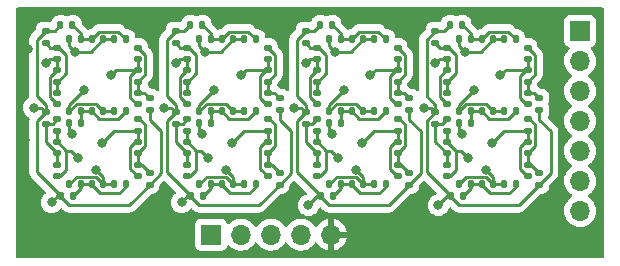
<source format=gbr>
%TF.GenerationSoftware,KiCad,Pcbnew,(6.0.0)*%
%TF.CreationDate,2022-03-30T13:23:39+02:00*%
%TF.ProjectId,led_display_digit,6c65645f-6469-4737-906c-61795f646967,rev?*%
%TF.SameCoordinates,Original*%
%TF.FileFunction,Copper,L1,Top*%
%TF.FilePolarity,Positive*%
%FSLAX46Y46*%
G04 Gerber Fmt 4.6, Leading zero omitted, Abs format (unit mm)*
G04 Created by KiCad (PCBNEW (6.0.0)) date 2022-03-30 13:23:40*
%MOMM*%
%LPD*%
G01*
G04 APERTURE LIST*
G04 Aperture macros list*
%AMRoundRect*
0 Rectangle with rounded corners*
0 $1 Rounding radius*
0 $2 $3 $4 $5 $6 $7 $8 $9 X,Y pos of 4 corners*
0 Add a 4 corners polygon primitive as box body*
4,1,4,$2,$3,$4,$5,$6,$7,$8,$9,$2,$3,0*
0 Add four circle primitives for the rounded corners*
1,1,$1+$1,$2,$3*
1,1,$1+$1,$4,$5*
1,1,$1+$1,$6,$7*
1,1,$1+$1,$8,$9*
0 Add four rect primitives between the rounded corners*
20,1,$1+$1,$2,$3,$4,$5,0*
20,1,$1+$1,$4,$5,$6,$7,0*
20,1,$1+$1,$6,$7,$8,$9,0*
20,1,$1+$1,$8,$9,$2,$3,0*%
G04 Aperture macros list end*
%TA.AperFunction,SMDPad,CuDef*%
%ADD10RoundRect,0.147500X-0.172500X0.147500X-0.172500X-0.147500X0.172500X-0.147500X0.172500X0.147500X0*%
%TD*%
%TA.AperFunction,SMDPad,CuDef*%
%ADD11RoundRect,0.147500X0.147500X0.172500X-0.147500X0.172500X-0.147500X-0.172500X0.147500X-0.172500X0*%
%TD*%
%TA.AperFunction,SMDPad,CuDef*%
%ADD12RoundRect,0.135000X0.185000X-0.135000X0.185000X0.135000X-0.185000X0.135000X-0.185000X-0.135000X0*%
%TD*%
%TA.AperFunction,SMDPad,CuDef*%
%ADD13RoundRect,0.135000X0.135000X0.185000X-0.135000X0.185000X-0.135000X-0.185000X0.135000X-0.185000X0*%
%TD*%
%TA.AperFunction,SMDPad,CuDef*%
%ADD14RoundRect,0.147500X0.172500X-0.147500X0.172500X0.147500X-0.172500X0.147500X-0.172500X-0.147500X0*%
%TD*%
%TA.AperFunction,SMDPad,CuDef*%
%ADD15RoundRect,0.135000X-0.185000X0.135000X-0.185000X-0.135000X0.185000X-0.135000X0.185000X0.135000X0*%
%TD*%
%TA.AperFunction,SMDPad,CuDef*%
%ADD16RoundRect,0.147500X-0.147500X-0.172500X0.147500X-0.172500X0.147500X0.172500X-0.147500X0.172500X0*%
%TD*%
%TA.AperFunction,ComponentPad*%
%ADD17R,1.700000X1.700000*%
%TD*%
%TA.AperFunction,ComponentPad*%
%ADD18O,1.700000X1.700000*%
%TD*%
%TA.AperFunction,ViaPad*%
%ADD19C,0.800000*%
%TD*%
%TA.AperFunction,Conductor*%
%ADD20C,0.250000*%
%TD*%
G04 APERTURE END LIST*
D10*
%TO.P,D6,1,K*%
%TO.N,Net-(D4-Pad1)*%
X80800000Y-62722500D03*
%TO.P,D6,2,A*%
%TO.N,Seg_B*%
X80800000Y-63692500D03*
%TD*%
D11*
%TO.P,D3,1,K*%
%TO.N,Net-(D1-Pad1)*%
X79785000Y-58200000D03*
%TO.P,D3,2,A*%
%TO.N,Seg_A*%
X78815000Y-58200000D03*
%TD*%
D10*
%TO.P,D81,1,K*%
%TO.N,Net-(D79-Pad1)*%
X107000000Y-58907500D03*
%TO.P,D81,2,A*%
%TO.N,Seg_F*%
X107000000Y-59877500D03*
%TD*%
D11*
%TO.P,D73,1,K*%
%TO.N,Net-(D73-Pad1)*%
X112785000Y-70500000D03*
%TO.P,D73,2,A*%
%TO.N,Seg_D*%
X111815000Y-70500000D03*
%TD*%
D12*
%TO.P,R6,1*%
%TO.N,Net-(D16-Pad1)*%
X73000000Y-58510000D03*
%TO.P,R6,2*%
%TO.N,Net-(Q1-Pad3)*%
X73000000Y-57490000D03*
%TD*%
D10*
%TO.P,D7,1,K*%
%TO.N,Net-(D7-Pad1)*%
X80800000Y-65000000D03*
%TO.P,D7,2,A*%
%TO.N,Seg_C*%
X80800000Y-65970000D03*
%TD*%
%TO.P,D16,1,K*%
%TO.N,Net-(D16-Pad1)*%
X74000000Y-62722500D03*
%TO.P,D16,2,A*%
%TO.N,Seg_F*%
X74000000Y-63692500D03*
%TD*%
D13*
%TO.P,R25,1*%
%TO.N,Net-(D73-Pad1)*%
X108310000Y-71500000D03*
%TO.P,R25,2*%
%TO.N,Net-(Q4-Pad3)*%
X107290000Y-71500000D03*
%TD*%
D12*
%TO.P,R26,1*%
%TO.N,Net-(D76-Pad1)*%
X106000000Y-65410000D03*
%TO.P,R26,2*%
%TO.N,Net-(Q4-Pad3)*%
X106000000Y-64390000D03*
%TD*%
D14*
%TO.P,D17,1,K*%
%TO.N,Net-(D16-Pad1)*%
X74000000Y-61785000D03*
%TO.P,D17,2,A*%
%TO.N,Seg_F*%
X74000000Y-60815000D03*
%TD*%
D10*
%TO.P,D18,1,K*%
%TO.N,Net-(D16-Pad1)*%
X74000000Y-58907500D03*
%TO.P,D18,2,A*%
%TO.N,Seg_F*%
X74000000Y-59877500D03*
%TD*%
%TO.P,D58,1,K*%
%TO.N,Net-(D58-Pad1)*%
X96000000Y-62722500D03*
%TO.P,D58,2,A*%
%TO.N,Seg_F*%
X96000000Y-63692500D03*
%TD*%
D11*
%TO.P,D66,1,K*%
%TO.N,Net-(D64-Pad1)*%
X112785000Y-58200000D03*
%TO.P,D66,2,A*%
%TO.N,Seg_A*%
X111815000Y-58200000D03*
%TD*%
D10*
%TO.P,D46,1,K*%
%TO.N,Net-(D46-Pad1)*%
X102800000Y-58907500D03*
%TO.P,D46,2,A*%
%TO.N,Seg_B*%
X102800000Y-59877500D03*
%TD*%
D14*
%TO.P,D38,1,K*%
%TO.N,Net-(D37-Pad1)*%
X85000000Y-61785000D03*
%TO.P,D38,2,A*%
%TO.N,Seg_F*%
X85000000Y-60815000D03*
%TD*%
D10*
%TO.P,D39,1,K*%
%TO.N,Net-(D37-Pad1)*%
X85000000Y-58907500D03*
%TO.P,D39,2,A*%
%TO.N,Seg_F*%
X85000000Y-59877500D03*
%TD*%
%TO.P,D25,1,K*%
%TO.N,Net-(D25-Pad1)*%
X91800000Y-58907500D03*
%TO.P,D25,2,A*%
%TO.N,Seg_B*%
X91800000Y-59877500D03*
%TD*%
D14*
%TO.P,D80,1,K*%
%TO.N,Net-(D79-Pad1)*%
X107000000Y-61785000D03*
%TO.P,D80,2,A*%
%TO.N,Seg_F*%
X107000000Y-60815000D03*
%TD*%
%TO.P,D8,1,K*%
%TO.N,Net-(D7-Pad1)*%
X80800000Y-67877500D03*
%TO.P,D8,2,A*%
%TO.N,Seg_C*%
X80800000Y-66907500D03*
%TD*%
D10*
%TO.P,D70,1,K*%
%TO.N,Net-(D70-Pad1)*%
X113800000Y-65000000D03*
%TO.P,D70,2,A*%
%TO.N,Seg_C*%
X113800000Y-65970000D03*
%TD*%
D14*
%TO.P,D29,1,K*%
%TO.N,Net-(D28-Pad1)*%
X91800000Y-67877500D03*
%TO.P,D29,2,A*%
%TO.N,Seg_C*%
X91800000Y-66907500D03*
%TD*%
D12*
%TO.P,R19,1*%
%TO.N,Net-(D55-Pad1)*%
X95000000Y-65410000D03*
%TO.P,R19,2*%
%TO.N,Net-(Q3-Pad3)*%
X95000000Y-64390000D03*
%TD*%
D10*
%TO.P,D48,1,K*%
%TO.N,Net-(D46-Pad1)*%
X102800000Y-62722500D03*
%TO.P,D48,2,A*%
%TO.N,Seg_B*%
X102800000Y-63692500D03*
%TD*%
D11*
%TO.P,D21,1,K*%
%TO.N,Net-(D19-Pad1)*%
X79785000Y-64292500D03*
%TO.P,D21,2,A*%
%TO.N,Seg_G*%
X78815000Y-64292500D03*
%TD*%
D13*
%TO.P,R1,1*%
%TO.N,Net-(D1-Pad1)*%
X75260000Y-57000000D03*
%TO.P,R1,2*%
%TO.N,Net-(Q1-Pad3)*%
X74240000Y-57000000D03*
%TD*%
D15*
%TO.P,R9,1*%
%TO.N,Net-(D25-Pad1)*%
X92800000Y-63190000D03*
%TO.P,R9,2*%
%TO.N,Net-(Q2-Pad3)*%
X92800000Y-64210000D03*
%TD*%
D10*
%TO.P,D69,1,K*%
%TO.N,Net-(D67-Pad1)*%
X113800000Y-62722500D03*
%TO.P,D69,2,A*%
%TO.N,Seg_B*%
X113800000Y-63692500D03*
%TD*%
%TO.P,D51,1,K*%
%TO.N,Net-(D49-Pad1)*%
X102800000Y-68815000D03*
%TO.P,D51,2,A*%
%TO.N,Seg_C*%
X102800000Y-69785000D03*
%TD*%
%TO.P,D28,1,K*%
%TO.N,Net-(D28-Pad1)*%
X91800000Y-65000000D03*
%TO.P,D28,2,A*%
%TO.N,Seg_C*%
X91800000Y-65970000D03*
%TD*%
D13*
%TO.P,R7,1*%
%TO.N,Net-(D19-Pad1)*%
X76010000Y-65300000D03*
%TO.P,R7,2*%
%TO.N,Net-(Q1-Pad3)*%
X74990000Y-65300000D03*
%TD*%
D16*
%TO.P,D62,1,K*%
%TO.N,Net-(D61-Pad1)*%
X98907500Y-64292500D03*
%TO.P,D62,2,A*%
%TO.N,Seg_G*%
X99877500Y-64292500D03*
%TD*%
D14*
%TO.P,D5,1,K*%
%TO.N,Net-(D4-Pad1)*%
X80800000Y-61785000D03*
%TO.P,D5,2,A*%
%TO.N,Seg_B*%
X80800000Y-60815000D03*
%TD*%
%TO.P,D14,1,K*%
%TO.N,Net-(D13-Pad1)*%
X74000000Y-67877500D03*
%TO.P,D14,2,A*%
%TO.N,Seg_E*%
X74000000Y-66907500D03*
%TD*%
D10*
%TO.P,D67,1,K*%
%TO.N,Net-(D67-Pad1)*%
X113800000Y-58907500D03*
%TO.P,D67,2,A*%
%TO.N,Seg_B*%
X113800000Y-59877500D03*
%TD*%
D16*
%TO.P,D83,1,K*%
%TO.N,Net-(D82-Pad1)*%
X109907500Y-64292500D03*
%TO.P,D83,2,A*%
%TO.N,Seg_G*%
X110877500Y-64292500D03*
%TD*%
D14*
%TO.P,D59,1,K*%
%TO.N,Net-(D58-Pad1)*%
X96000000Y-61785000D03*
%TO.P,D59,2,A*%
%TO.N,Seg_F*%
X96000000Y-60815000D03*
%TD*%
D11*
%TO.P,D61,1,K*%
%TO.N,Net-(D61-Pad1)*%
X97970000Y-64292500D03*
%TO.P,D61,2,A*%
%TO.N,Seg_G*%
X97000000Y-64292500D03*
%TD*%
D14*
%TO.P,D56,1,K*%
%TO.N,Net-(D55-Pad1)*%
X96000000Y-67877500D03*
%TO.P,D56,2,A*%
%TO.N,Seg_E*%
X96000000Y-66907500D03*
%TD*%
D10*
%TO.P,D34,1,K*%
%TO.N,Net-(D34-Pad1)*%
X85000000Y-68815000D03*
%TO.P,D34,2,A*%
%TO.N,Seg_E*%
X85000000Y-69785000D03*
%TD*%
D12*
%TO.P,R12,1*%
%TO.N,Net-(D34-Pad1)*%
X84000000Y-65410000D03*
%TO.P,R12,2*%
%TO.N,Net-(Q2-Pad3)*%
X84000000Y-64390000D03*
%TD*%
D11*
%TO.P,D63,1,K*%
%TO.N,Net-(D61-Pad1)*%
X101785000Y-64292500D03*
%TO.P,D63,2,A*%
%TO.N,Seg_G*%
X100815000Y-64292500D03*
%TD*%
%TO.P,D42,1,K*%
%TO.N,Net-(D40-Pad1)*%
X90785000Y-64292500D03*
%TO.P,D42,2,A*%
%TO.N,Seg_G*%
X89815000Y-64292500D03*
%TD*%
D14*
%TO.P,D50,1,K*%
%TO.N,Net-(D49-Pad1)*%
X102800000Y-67877500D03*
%TO.P,D50,2,A*%
%TO.N,Seg_C*%
X102800000Y-66907500D03*
%TD*%
D13*
%TO.P,R8,1*%
%TO.N,Net-(D22-Pad1)*%
X86260000Y-57000000D03*
%TO.P,R8,2*%
%TO.N,Net-(Q2-Pad3)*%
X85240000Y-57000000D03*
%TD*%
%TO.P,R28,1*%
%TO.N,Net-(D82-Pad1)*%
X109010000Y-65300000D03*
%TO.P,R28,2*%
%TO.N,Net-(Q4-Pad3)*%
X107990000Y-65300000D03*
%TD*%
D12*
%TO.P,R5,1*%
%TO.N,Net-(D13-Pad1)*%
X73000000Y-65410000D03*
%TO.P,R5,2*%
%TO.N,Net-(Q1-Pad3)*%
X73000000Y-64390000D03*
%TD*%
D11*
%TO.P,D31,1,K*%
%TO.N,Net-(D31-Pad1)*%
X90785000Y-70500000D03*
%TO.P,D31,2,A*%
%TO.N,Seg_D*%
X89815000Y-70500000D03*
%TD*%
D10*
%TO.P,D4,1,K*%
%TO.N,Net-(D4-Pad1)*%
X80800000Y-58907500D03*
%TO.P,D4,2,A*%
%TO.N,Seg_B*%
X80800000Y-59877500D03*
%TD*%
D12*
%TO.P,R13,1*%
%TO.N,Net-(D37-Pad1)*%
X84000000Y-58510000D03*
%TO.P,R13,2*%
%TO.N,Net-(Q2-Pad3)*%
X84000000Y-57490000D03*
%TD*%
D11*
%TO.P,D1,1,K*%
%TO.N,Net-(D1-Pad1)*%
X75970000Y-58200000D03*
%TO.P,D1,2,A*%
%TO.N,Seg_A*%
X75000000Y-58200000D03*
%TD*%
%TO.P,D24,1,K*%
%TO.N,Net-(D22-Pad1)*%
X90785000Y-58200000D03*
%TO.P,D24,2,A*%
%TO.N,Seg_A*%
X89815000Y-58200000D03*
%TD*%
D15*
%TO.P,R16,1*%
%TO.N,Net-(D46-Pad1)*%
X103800000Y-63190000D03*
%TO.P,R16,2*%
%TO.N,Net-(Q3-Pad3)*%
X103800000Y-64210000D03*
%TD*%
%TO.P,R2,1*%
%TO.N,Net-(D4-Pad1)*%
X81800000Y-63190000D03*
%TO.P,R2,2*%
%TO.N,Net-(Q1-Pad3)*%
X81800000Y-64210000D03*
%TD*%
D10*
%TO.P,D76,1,K*%
%TO.N,Net-(D76-Pad1)*%
X107000000Y-68815000D03*
%TO.P,D76,2,A*%
%TO.N,Seg_E*%
X107000000Y-69785000D03*
%TD*%
%TO.P,D72,1,K*%
%TO.N,Net-(D70-Pad1)*%
X113800000Y-68815000D03*
%TO.P,D72,2,A*%
%TO.N,Seg_C*%
X113800000Y-69785000D03*
%TD*%
D11*
%TO.P,D54,1,K*%
%TO.N,Net-(D52-Pad1)*%
X97970000Y-70500000D03*
%TO.P,D54,2,A*%
%TO.N,Seg_D*%
X97000000Y-70500000D03*
%TD*%
D15*
%TO.P,R3,1*%
%TO.N,Net-(D7-Pad1)*%
X81800000Y-69490000D03*
%TO.P,R3,2*%
%TO.N,Net-(Q1-Pad3)*%
X81800000Y-70510000D03*
%TD*%
D10*
%TO.P,D9,1,K*%
%TO.N,Net-(D7-Pad1)*%
X80800000Y-68815000D03*
%TO.P,D9,2,A*%
%TO.N,Seg_C*%
X80800000Y-69785000D03*
%TD*%
D16*
%TO.P,D20,1,K*%
%TO.N,Net-(D19-Pad1)*%
X76907500Y-64292500D03*
%TO.P,D20,2,A*%
%TO.N,Seg_G*%
X77877500Y-64292500D03*
%TD*%
D11*
%TO.P,D40,1,K*%
%TO.N,Net-(D40-Pad1)*%
X86970000Y-64292500D03*
%TO.P,D40,2,A*%
%TO.N,Seg_G*%
X86000000Y-64292500D03*
%TD*%
%TO.P,D84,1,K*%
%TO.N,Net-(D82-Pad1)*%
X112785000Y-64292500D03*
%TO.P,D84,2,A*%
%TO.N,Seg_G*%
X111815000Y-64292500D03*
%TD*%
%TO.P,D45,1,K*%
%TO.N,Net-(D43-Pad1)*%
X101785000Y-58200000D03*
%TO.P,D45,2,A*%
%TO.N,Seg_A*%
X100815000Y-58200000D03*
%TD*%
D16*
%TO.P,D53,1,K*%
%TO.N,Net-(D52-Pad1)*%
X98907500Y-70500000D03*
%TO.P,D53,2,A*%
%TO.N,Seg_D*%
X99877500Y-70500000D03*
%TD*%
D15*
%TO.P,R24,1*%
%TO.N,Net-(D70-Pad1)*%
X114800000Y-69490000D03*
%TO.P,R24,2*%
%TO.N,Net-(Q4-Pad3)*%
X114800000Y-70510000D03*
%TD*%
D16*
%TO.P,D2,1,K*%
%TO.N,Net-(D1-Pad1)*%
X76907500Y-58200000D03*
%TO.P,D2,2,A*%
%TO.N,Seg_A*%
X77877500Y-58200000D03*
%TD*%
%TO.P,D11,1,K*%
%TO.N,Net-(D10-Pad1)*%
X76907500Y-70500000D03*
%TO.P,D11,2,A*%
%TO.N,Seg_D*%
X77877500Y-70500000D03*
%TD*%
D17*
%TO.P,J1,1,Pin_1*%
%TO.N,N_0*%
X87000000Y-74750000D03*
D18*
%TO.P,J1,2,Pin_2*%
%TO.N,N_1*%
X89540000Y-74750000D03*
%TO.P,J1,3,Pin_3*%
%TO.N,N_2*%
X92080000Y-74750000D03*
%TO.P,J1,4,Pin_4*%
%TO.N,N_3*%
X94620000Y-74750000D03*
%TO.P,J1,5,Pin_5*%
%TO.N,GND*%
X97160000Y-74750000D03*
%TD*%
D10*
%TO.P,D60,1,K*%
%TO.N,Net-(D58-Pad1)*%
X96000000Y-58907500D03*
%TO.P,D60,2,A*%
%TO.N,Seg_F*%
X96000000Y-59877500D03*
%TD*%
D11*
%TO.P,D52,1,K*%
%TO.N,Net-(D52-Pad1)*%
X101785000Y-70500000D03*
%TO.P,D52,2,A*%
%TO.N,Seg_D*%
X100815000Y-70500000D03*
%TD*%
D14*
%TO.P,D26,1,K*%
%TO.N,Net-(D25-Pad1)*%
X91800000Y-61785000D03*
%TO.P,D26,2,A*%
%TO.N,Seg_B*%
X91800000Y-60815000D03*
%TD*%
D15*
%TO.P,R17,1*%
%TO.N,Net-(D49-Pad1)*%
X103800000Y-69490000D03*
%TO.P,R17,2*%
%TO.N,Net-(Q3-Pad3)*%
X103800000Y-70510000D03*
%TD*%
D10*
%TO.P,D30,1,K*%
%TO.N,Net-(D28-Pad1)*%
X91800000Y-68815000D03*
%TO.P,D30,2,A*%
%TO.N,Seg_C*%
X91800000Y-69785000D03*
%TD*%
%TO.P,D57,1,K*%
%TO.N,Net-(D55-Pad1)*%
X96000000Y-65000000D03*
%TO.P,D57,2,A*%
%TO.N,Seg_E*%
X96000000Y-65970000D03*
%TD*%
D13*
%TO.P,R18,1*%
%TO.N,Net-(D52-Pad1)*%
X97310000Y-71500000D03*
%TO.P,R18,2*%
%TO.N,Net-(Q3-Pad3)*%
X96290000Y-71500000D03*
%TD*%
D14*
%TO.P,D35,1,K*%
%TO.N,Net-(D34-Pad1)*%
X85000000Y-67877500D03*
%TO.P,D35,2,A*%
%TO.N,Seg_E*%
X85000000Y-66907500D03*
%TD*%
D11*
%TO.P,D75,1,K*%
%TO.N,Net-(D73-Pad1)*%
X108970000Y-70500000D03*
%TO.P,D75,2,A*%
%TO.N,Seg_D*%
X108000000Y-70500000D03*
%TD*%
%TO.P,D10,1,K*%
%TO.N,Net-(D10-Pad1)*%
X79785000Y-70500000D03*
%TO.P,D10,2,A*%
%TO.N,Seg_D*%
X78815000Y-70500000D03*
%TD*%
D16*
%TO.P,D74,1,K*%
%TO.N,Net-(D73-Pad1)*%
X109907500Y-70500000D03*
%TO.P,D74,2,A*%
%TO.N,Seg_D*%
X110877500Y-70500000D03*
%TD*%
D10*
%TO.P,D27,1,K*%
%TO.N,Net-(D25-Pad1)*%
X91800000Y-62722500D03*
%TO.P,D27,2,A*%
%TO.N,Seg_B*%
X91800000Y-63692500D03*
%TD*%
D17*
%TO.P,J2,1,Pin_1*%
%TO.N,Seg_A*%
X118250000Y-57500000D03*
D18*
%TO.P,J2,2,Pin_2*%
%TO.N,Seg_F*%
X118250000Y-60040000D03*
%TO.P,J2,3,Pin_3*%
%TO.N,Seg_B*%
X118250000Y-62580000D03*
%TO.P,J2,4,Pin_4*%
%TO.N,Seg_G*%
X118250000Y-65120000D03*
%TO.P,J2,5,Pin_5*%
%TO.N,Seg_C*%
X118250000Y-67660000D03*
%TO.P,J2,6,Pin_6*%
%TO.N,Seg_E*%
X118250000Y-70200000D03*
%TO.P,J2,7,Pin_7*%
%TO.N,Seg_D*%
X118250000Y-72740000D03*
%TD*%
D12*
%TO.P,R20,1*%
%TO.N,Net-(D58-Pad1)*%
X95000000Y-58510000D03*
%TO.P,R20,2*%
%TO.N,Net-(Q3-Pad3)*%
X95000000Y-57490000D03*
%TD*%
D13*
%TO.P,R22,1*%
%TO.N,Net-(D64-Pad1)*%
X108260000Y-57000000D03*
%TO.P,R22,2*%
%TO.N,Net-(Q4-Pad3)*%
X107240000Y-57000000D03*
%TD*%
D10*
%TO.P,D49,1,K*%
%TO.N,Net-(D49-Pad1)*%
X102800000Y-65000000D03*
%TO.P,D49,2,A*%
%TO.N,Seg_C*%
X102800000Y-65970000D03*
%TD*%
D13*
%TO.P,R15,1*%
%TO.N,Net-(D43-Pad1)*%
X97260000Y-57000000D03*
%TO.P,R15,2*%
%TO.N,Net-(Q3-Pad3)*%
X96240000Y-57000000D03*
%TD*%
D11*
%TO.P,D12,1,K*%
%TO.N,Net-(D10-Pad1)*%
X75970000Y-70500000D03*
%TO.P,D12,2,A*%
%TO.N,Seg_D*%
X75000000Y-70500000D03*
%TD*%
D10*
%TO.P,D15,1,K*%
%TO.N,Net-(D13-Pad1)*%
X74000000Y-65000000D03*
%TO.P,D15,2,A*%
%TO.N,Seg_E*%
X74000000Y-65970000D03*
%TD*%
D16*
%TO.P,D65,1,K*%
%TO.N,Net-(D64-Pad1)*%
X109907500Y-58200000D03*
%TO.P,D65,2,A*%
%TO.N,Seg_A*%
X110877500Y-58200000D03*
%TD*%
D11*
%TO.P,D22,1,K*%
%TO.N,Net-(D22-Pad1)*%
X86970000Y-58200000D03*
%TO.P,D22,2,A*%
%TO.N,Seg_A*%
X86000000Y-58200000D03*
%TD*%
D13*
%TO.P,R14,1*%
%TO.N,Net-(D40-Pad1)*%
X87010000Y-65300000D03*
%TO.P,R14,2*%
%TO.N,Net-(Q2-Pad3)*%
X85990000Y-65300000D03*
%TD*%
D10*
%TO.P,D37,1,K*%
%TO.N,Net-(D37-Pad1)*%
X85000000Y-62722500D03*
%TO.P,D37,2,A*%
%TO.N,Seg_F*%
X85000000Y-63692500D03*
%TD*%
%TO.P,D79,1,K*%
%TO.N,Net-(D79-Pad1)*%
X107000000Y-62722500D03*
%TO.P,D79,2,A*%
%TO.N,Seg_F*%
X107000000Y-63692500D03*
%TD*%
D13*
%TO.P,R4,1*%
%TO.N,Net-(D10-Pad1)*%
X75310000Y-71500000D03*
%TO.P,R4,2*%
%TO.N,Net-(Q1-Pad3)*%
X74290000Y-71500000D03*
%TD*%
D16*
%TO.P,D44,1,K*%
%TO.N,Net-(D43-Pad1)*%
X98907500Y-58200000D03*
%TO.P,D44,2,A*%
%TO.N,Seg_A*%
X99877500Y-58200000D03*
%TD*%
D14*
%TO.P,D68,1,K*%
%TO.N,Net-(D67-Pad1)*%
X113800000Y-61785000D03*
%TO.P,D68,2,A*%
%TO.N,Seg_B*%
X113800000Y-60815000D03*
%TD*%
D15*
%TO.P,R10,1*%
%TO.N,Net-(D28-Pad1)*%
X92800000Y-69490000D03*
%TO.P,R10,2*%
%TO.N,Net-(Q2-Pad3)*%
X92800000Y-70510000D03*
%TD*%
D11*
%TO.P,D82,1,K*%
%TO.N,Net-(D82-Pad1)*%
X108970000Y-64292500D03*
%TO.P,D82,2,A*%
%TO.N,Seg_G*%
X108000000Y-64292500D03*
%TD*%
D14*
%TO.P,D77,1,K*%
%TO.N,Net-(D76-Pad1)*%
X107000000Y-67877500D03*
%TO.P,D77,2,A*%
%TO.N,Seg_E*%
X107000000Y-66907500D03*
%TD*%
D11*
%TO.P,D19,1,K*%
%TO.N,Net-(D19-Pad1)*%
X75970000Y-64292500D03*
%TO.P,D19,2,A*%
%TO.N,Seg_G*%
X75000000Y-64292500D03*
%TD*%
%TO.P,D33,1,K*%
%TO.N,Net-(D31-Pad1)*%
X86970000Y-70500000D03*
%TO.P,D33,2,A*%
%TO.N,Seg_D*%
X86000000Y-70500000D03*
%TD*%
D13*
%TO.P,R21,1*%
%TO.N,Net-(D61-Pad1)*%
X98010000Y-65300000D03*
%TO.P,R21,2*%
%TO.N,Net-(Q3-Pad3)*%
X96990000Y-65300000D03*
%TD*%
D10*
%TO.P,D13,1,K*%
%TO.N,Net-(D13-Pad1)*%
X74000000Y-68815000D03*
%TO.P,D13,2,A*%
%TO.N,Seg_E*%
X74000000Y-69785000D03*
%TD*%
%TO.P,D78,1,K*%
%TO.N,Net-(D76-Pad1)*%
X107000000Y-65000000D03*
%TO.P,D78,2,A*%
%TO.N,Seg_E*%
X107000000Y-65970000D03*
%TD*%
D14*
%TO.P,D71,1,K*%
%TO.N,Net-(D70-Pad1)*%
X113800000Y-67877500D03*
%TO.P,D71,2,A*%
%TO.N,Seg_C*%
X113800000Y-66907500D03*
%TD*%
D11*
%TO.P,D64,1,K*%
%TO.N,Net-(D64-Pad1)*%
X108970000Y-58200000D03*
%TO.P,D64,2,A*%
%TO.N,Seg_A*%
X108000000Y-58200000D03*
%TD*%
D16*
%TO.P,D23,1,K*%
%TO.N,Net-(D22-Pad1)*%
X87907500Y-58200000D03*
%TO.P,D23,2,A*%
%TO.N,Seg_A*%
X88877500Y-58200000D03*
%TD*%
D10*
%TO.P,D55,1,K*%
%TO.N,Net-(D55-Pad1)*%
X96000000Y-68815000D03*
%TO.P,D55,2,A*%
%TO.N,Seg_E*%
X96000000Y-69785000D03*
%TD*%
D14*
%TO.P,D47,1,K*%
%TO.N,Net-(D46-Pad1)*%
X102800000Y-61785000D03*
%TO.P,D47,2,A*%
%TO.N,Seg_B*%
X102800000Y-60815000D03*
%TD*%
D16*
%TO.P,D41,1,K*%
%TO.N,Net-(D40-Pad1)*%
X87907500Y-64292500D03*
%TO.P,D41,2,A*%
%TO.N,Seg_G*%
X88877500Y-64292500D03*
%TD*%
D10*
%TO.P,D36,1,K*%
%TO.N,Net-(D34-Pad1)*%
X85000000Y-65000000D03*
%TO.P,D36,2,A*%
%TO.N,Seg_E*%
X85000000Y-65970000D03*
%TD*%
D16*
%TO.P,D32,1,K*%
%TO.N,Net-(D31-Pad1)*%
X87907500Y-70500000D03*
%TO.P,D32,2,A*%
%TO.N,Seg_D*%
X88877500Y-70500000D03*
%TD*%
D15*
%TO.P,R23,1*%
%TO.N,Net-(D67-Pad1)*%
X114800000Y-63190000D03*
%TO.P,R23,2*%
%TO.N,Net-(Q4-Pad3)*%
X114800000Y-64210000D03*
%TD*%
D12*
%TO.P,R27,1*%
%TO.N,Net-(D79-Pad1)*%
X106000000Y-58510000D03*
%TO.P,R27,2*%
%TO.N,Net-(Q4-Pad3)*%
X106000000Y-57490000D03*
%TD*%
D11*
%TO.P,D43,1,K*%
%TO.N,Net-(D43-Pad1)*%
X97970000Y-58200000D03*
%TO.P,D43,2,A*%
%TO.N,Seg_A*%
X97000000Y-58200000D03*
%TD*%
D13*
%TO.P,R11,1*%
%TO.N,Net-(D31-Pad1)*%
X86310000Y-71500000D03*
%TO.P,R11,2*%
%TO.N,Net-(Q2-Pad3)*%
X85290000Y-71500000D03*
%TD*%
D19*
%TO.N,Seg_A*%
X108500000Y-59250000D03*
X75500000Y-59250000D03*
X97500000Y-59250000D03*
X86500000Y-59250000D03*
%TO.N,Seg_B*%
X89500000Y-61250000D03*
X100500000Y-61250000D03*
X111500000Y-61250000D03*
X78500000Y-61250000D03*
%TO.N,Seg_C*%
X88750000Y-67000000D03*
X77750000Y-67000000D03*
X99750000Y-67000000D03*
X110750000Y-67000000D03*
%TO.N,Seg_D*%
X77250000Y-69250000D03*
X110250000Y-69250000D03*
X88250000Y-69250000D03*
X99250000Y-69250000D03*
%TO.N,Seg_E*%
X75750000Y-68250000D03*
X108750000Y-68250000D03*
X86750000Y-68250000D03*
X97750000Y-68250000D03*
%TO.N,Seg_F*%
X95000000Y-60250000D03*
X73000000Y-60250000D03*
X84000000Y-60250000D03*
X106000000Y-60250000D03*
%TO.N,Seg_G*%
X98250000Y-62500000D03*
X87250000Y-62500000D03*
X76250000Y-62500000D03*
X109250000Y-62500000D03*
%TO.N,GND*%
X92750000Y-56500000D03*
X71250000Y-66750000D03*
X81500000Y-56500000D03*
X103750000Y-73250000D03*
X104000000Y-56750000D03*
X71750000Y-72000000D03*
X114500000Y-73250000D03*
X71500000Y-59000000D03*
X82000000Y-73500000D03*
X113250000Y-56250000D03*
%TO.N,Net-(Q1-Pad3)*%
X75250000Y-66250000D03*
X72000000Y-64000000D03*
X73500000Y-72000000D03*
%TO.N,Net-(Q2-Pad3)*%
X83000000Y-64000000D03*
X84500000Y-72000000D03*
X86250000Y-66250000D03*
%TO.N,Net-(Q3-Pad3)*%
X95250000Y-72250000D03*
X94000000Y-64000000D03*
X97250000Y-66250000D03*
%TO.N,Net-(Q4-Pad3)*%
X105000000Y-64000000D03*
X106250000Y-72250000D03*
X108250000Y-66250000D03*
%TD*%
D20*
%TO.N,Net-(D1-Pad1)*%
X75970000Y-57710000D02*
X75970000Y-58200000D01*
X77534483Y-57555480D02*
X79158017Y-57555480D01*
X75260000Y-57000000D02*
X75970000Y-57710000D01*
X76907500Y-58182463D02*
X77534483Y-57555480D01*
X76907500Y-58200000D02*
X76907500Y-58182463D01*
X75970000Y-58200000D02*
X76907500Y-58200000D01*
X79785000Y-58182463D02*
X79785000Y-58200000D01*
X79158017Y-57555480D02*
X79785000Y-58182463D01*
%TO.N,Seg_A*%
X77877500Y-58200000D02*
X77877500Y-58217537D01*
X86000000Y-58200000D02*
X86000000Y-58750000D01*
X78815000Y-58200000D02*
X77877500Y-58200000D01*
X99877500Y-58200000D02*
X99877500Y-58217537D01*
X108000000Y-58750000D02*
X108500000Y-59250000D01*
X108000000Y-58200000D02*
X108000000Y-58750000D01*
X77877500Y-58217537D02*
X76845037Y-59250000D01*
X86000000Y-58750000D02*
X86500000Y-59250000D01*
X88877500Y-58200000D02*
X88877500Y-58217537D01*
X100815000Y-58200000D02*
X99877500Y-58200000D01*
X76845037Y-59250000D02*
X75500000Y-59250000D01*
X75000000Y-58200000D02*
X75000000Y-58750000D01*
X111815000Y-58200000D02*
X110877500Y-58200000D01*
X109845037Y-59250000D02*
X108500000Y-59250000D01*
X89815000Y-58200000D02*
X88877500Y-58200000D01*
X98845037Y-59250000D02*
X97500000Y-59250000D01*
X97000000Y-58750000D02*
X97500000Y-59250000D01*
X110877500Y-58217537D02*
X109845037Y-59250000D01*
X110877500Y-58200000D02*
X110877500Y-58217537D01*
X87845037Y-59250000D02*
X86500000Y-59250000D01*
X88877500Y-58217537D02*
X87845037Y-59250000D01*
X99877500Y-58217537D02*
X98845037Y-59250000D01*
X75000000Y-58750000D02*
X75500000Y-59250000D01*
X97000000Y-58200000D02*
X97000000Y-58750000D01*
%TO.N,Net-(D10-Pad1)*%
X75970000Y-70500000D02*
X76907500Y-70500000D01*
X75970000Y-70840000D02*
X75310000Y-71500000D01*
X79785000Y-70715000D02*
X79250000Y-71250000D01*
X76907500Y-70517537D02*
X76907500Y-70500000D01*
X75970000Y-70500000D02*
X75970000Y-70840000D01*
X79250000Y-71250000D02*
X77639963Y-71250000D01*
X77639963Y-71250000D02*
X76907500Y-70517537D01*
X79785000Y-70500000D02*
X79785000Y-70715000D01*
%TO.N,Net-(D13-Pad1)*%
X74000000Y-67877500D02*
X73982463Y-67877500D01*
X73982463Y-67877500D02*
X73000000Y-66895037D01*
X73590000Y-65410000D02*
X74000000Y-65000000D01*
X73000000Y-66895037D02*
X73000000Y-65410000D01*
X73000000Y-65410000D02*
X73590000Y-65410000D01*
X74000000Y-68815000D02*
X74000000Y-67877500D01*
%TO.N,Seg_B*%
X113800000Y-63692500D02*
X113692500Y-63692500D01*
X113685000Y-60815000D02*
X113800000Y-60815000D01*
X80800000Y-63692500D02*
X80692500Y-63692500D01*
X113155480Y-63155480D02*
X113155480Y-61344520D01*
X91800000Y-60815000D02*
X91800000Y-59877500D01*
X111935000Y-60815000D02*
X113800000Y-60815000D01*
X91685000Y-60815000D02*
X91800000Y-60815000D01*
X89500000Y-61250000D02*
X89935000Y-60815000D01*
X102155480Y-63155480D02*
X102155480Y-61344520D01*
X113692500Y-63692500D02*
X113155480Y-63155480D01*
X91800000Y-63692500D02*
X91692500Y-63692500D01*
X91155480Y-63155480D02*
X91155480Y-61344520D01*
X102692500Y-63692500D02*
X102155480Y-63155480D01*
X111500000Y-61250000D02*
X111935000Y-60815000D01*
X80685000Y-60815000D02*
X80800000Y-60815000D01*
X102685000Y-60815000D02*
X102800000Y-60815000D01*
X89935000Y-60815000D02*
X91800000Y-60815000D01*
X80155480Y-63155480D02*
X80155480Y-61344520D01*
X78935000Y-60815000D02*
X80800000Y-60815000D01*
X113800000Y-60815000D02*
X113800000Y-59877500D01*
X100500000Y-61250000D02*
X100935000Y-60815000D01*
X80155480Y-61344520D02*
X80685000Y-60815000D01*
X91155480Y-61344520D02*
X91685000Y-60815000D01*
X100935000Y-60815000D02*
X102800000Y-60815000D01*
X80692500Y-63692500D02*
X80155480Y-63155480D01*
X102800000Y-63692500D02*
X102692500Y-63692500D01*
X78500000Y-61250000D02*
X78935000Y-60815000D01*
X91692500Y-63692500D02*
X91155480Y-63155480D01*
X80800000Y-60815000D02*
X80800000Y-59877500D01*
X102800000Y-60815000D02*
X102800000Y-59877500D01*
X113155480Y-61344520D02*
X113685000Y-60815000D01*
X102155480Y-61344520D02*
X102685000Y-60815000D01*
%TO.N,Net-(D16-Pad1)*%
X74750000Y-61052537D02*
X74750000Y-59500000D01*
X74750000Y-59500000D02*
X74157500Y-58907500D01*
X74000000Y-58907500D02*
X73397500Y-58907500D01*
X74000000Y-61785000D02*
X74017537Y-61785000D01*
X74157500Y-58907500D02*
X74000000Y-58907500D01*
X73397500Y-58907500D02*
X73000000Y-58510000D01*
X74000000Y-62722500D02*
X74000000Y-61785000D01*
X74017537Y-61785000D02*
X74750000Y-61052537D01*
%TO.N,Net-(D25-Pad1)*%
X91800000Y-62722500D02*
X92332500Y-62722500D01*
X92332500Y-62722500D02*
X92800000Y-63190000D01*
X91817537Y-58907500D02*
X92444520Y-59534483D01*
X91817537Y-61785000D02*
X91800000Y-61785000D01*
X91800000Y-62722500D02*
X91800000Y-61785000D01*
X92444520Y-59534483D02*
X92444520Y-61158017D01*
X92444520Y-61158017D02*
X91817537Y-61785000D01*
X91800000Y-58907500D02*
X91817537Y-58907500D01*
%TO.N,Seg_C*%
X102155480Y-69158017D02*
X102155480Y-67344520D01*
X100780000Y-65970000D02*
X102800000Y-65970000D01*
X113155480Y-67344520D02*
X113592500Y-66907500D01*
X89780000Y-65970000D02*
X91800000Y-65970000D01*
X91800000Y-66907500D02*
X91800000Y-65970000D01*
X91782463Y-69785000D02*
X91155480Y-69158017D01*
X102800000Y-66907500D02*
X102800000Y-65970000D01*
X102592500Y-66907500D02*
X102800000Y-66907500D01*
X78780000Y-65970000D02*
X80800000Y-65970000D01*
X113592500Y-66907500D02*
X113800000Y-66907500D01*
X80800000Y-69785000D02*
X80782463Y-69785000D01*
X80592500Y-66907500D02*
X80800000Y-66907500D01*
X80800000Y-66907500D02*
X80800000Y-65970000D01*
X110750000Y-67000000D02*
X111780000Y-65970000D01*
X91592500Y-66907500D02*
X91800000Y-66907500D01*
X80782463Y-69785000D02*
X80155480Y-69158017D01*
X99750000Y-67000000D02*
X100780000Y-65970000D01*
X111780000Y-65970000D02*
X113800000Y-65970000D01*
X102800000Y-69785000D02*
X102782463Y-69785000D01*
X80155480Y-69158017D02*
X80155480Y-67344520D01*
X102155480Y-67344520D02*
X102592500Y-66907500D01*
X91155480Y-67344520D02*
X91592500Y-66907500D01*
X113800000Y-66907500D02*
X113800000Y-65970000D01*
X88750000Y-67000000D02*
X89780000Y-65970000D01*
X91155480Y-69158017D02*
X91155480Y-67344520D01*
X113782463Y-69785000D02*
X113155480Y-69158017D01*
X113155480Y-69158017D02*
X113155480Y-67344520D01*
X80155480Y-67344520D02*
X80592500Y-66907500D01*
X102782463Y-69785000D02*
X102155480Y-69158017D01*
X91800000Y-69785000D02*
X91782463Y-69785000D01*
X113800000Y-69785000D02*
X113782463Y-69785000D01*
X77750000Y-67000000D02*
X78780000Y-65970000D01*
%TO.N,Net-(D28-Pad1)*%
X91817537Y-67877500D02*
X92444520Y-67250517D01*
X92444520Y-67250517D02*
X92444520Y-65444520D01*
X92444520Y-65444520D02*
X92000000Y-65000000D01*
X92125000Y-68815000D02*
X92800000Y-69490000D01*
X92000000Y-65000000D02*
X91800000Y-65000000D01*
X91800000Y-68815000D02*
X92125000Y-68815000D01*
X91800000Y-67877500D02*
X91817537Y-67877500D01*
X91800000Y-68815000D02*
X91800000Y-67877500D01*
%TO.N,Net-(D37-Pad1)*%
X85000000Y-58907500D02*
X84397500Y-58907500D01*
X85750000Y-61052537D02*
X85750000Y-59500000D01*
X85000000Y-62722500D02*
X85000000Y-61785000D01*
X85157500Y-58907500D02*
X85000000Y-58907500D01*
X85017537Y-61785000D02*
X85750000Y-61052537D01*
X85000000Y-61785000D02*
X85017537Y-61785000D01*
X85750000Y-59500000D02*
X85157500Y-58907500D01*
X84397500Y-58907500D02*
X84000000Y-58510000D01*
%TO.N,Seg_D*%
X99877500Y-70500000D02*
X100815000Y-70500000D01*
X110877500Y-70500000D02*
X111815000Y-70500000D01*
X88250000Y-69250000D02*
X88877500Y-69877500D01*
X75626983Y-69855480D02*
X77250517Y-69855480D01*
X108626983Y-69855480D02*
X110250517Y-69855480D01*
X110877500Y-70482463D02*
X110877500Y-70500000D01*
X110877500Y-69877500D02*
X110877500Y-70500000D01*
X97626983Y-69855480D02*
X99250517Y-69855480D01*
X99250517Y-69855480D02*
X99877500Y-70482463D01*
X88877500Y-70500000D02*
X89815000Y-70500000D01*
X75000000Y-70482463D02*
X75626983Y-69855480D01*
X88877500Y-70482463D02*
X88877500Y-70500000D01*
X86000000Y-70482463D02*
X86626983Y-69855480D01*
X86000000Y-70500000D02*
X86000000Y-70482463D01*
X77250000Y-69250000D02*
X77877500Y-69877500D01*
X110250000Y-69250000D02*
X110877500Y-69877500D01*
X108000000Y-70482463D02*
X108626983Y-69855480D01*
X77877500Y-70500000D02*
X78815000Y-70500000D01*
X99877500Y-69877500D02*
X99877500Y-70500000D01*
X97000000Y-70482463D02*
X97626983Y-69855480D01*
X88250517Y-69855480D02*
X88877500Y-70482463D01*
X108000000Y-70500000D02*
X108000000Y-70482463D01*
X77877500Y-69877500D02*
X77877500Y-70500000D01*
X110250517Y-69855480D02*
X110877500Y-70482463D01*
X97000000Y-70500000D02*
X97000000Y-70482463D01*
X77250517Y-69855480D02*
X77877500Y-70482463D01*
X77877500Y-70482463D02*
X77877500Y-70500000D01*
X75000000Y-70500000D02*
X75000000Y-70482463D01*
X99250000Y-69250000D02*
X99877500Y-69877500D01*
X86626983Y-69855480D02*
X88250517Y-69855480D01*
X99877500Y-70482463D02*
X99877500Y-70500000D01*
X88877500Y-69877500D02*
X88877500Y-70500000D01*
%TO.N,Net-(D40-Pad1)*%
X86970000Y-64292500D02*
X86970000Y-65260000D01*
X90785000Y-64310037D02*
X90158017Y-64937020D01*
X86970000Y-65260000D02*
X87010000Y-65300000D01*
X90785000Y-64292500D02*
X90785000Y-64310037D01*
X90158017Y-64937020D02*
X88534483Y-64937020D01*
X87907500Y-64310037D02*
X87907500Y-64292500D01*
X86970000Y-64292500D02*
X87907500Y-64292500D01*
X88534483Y-64937020D02*
X87907500Y-64310037D01*
%TO.N,Net-(D49-Pad1)*%
X103444520Y-65444520D02*
X103000000Y-65000000D01*
X103444520Y-67250517D02*
X103444520Y-65444520D01*
X102800000Y-67877500D02*
X102817537Y-67877500D01*
X102800000Y-68815000D02*
X103125000Y-68815000D01*
X103125000Y-68815000D02*
X103800000Y-69490000D01*
X102817537Y-67877500D02*
X103444520Y-67250517D01*
X102800000Y-68815000D02*
X102800000Y-67877500D01*
X103000000Y-65000000D02*
X102800000Y-65000000D01*
%TO.N,Seg_E*%
X107750000Y-69250000D02*
X107215000Y-69785000D01*
X74000000Y-65970000D02*
X74000000Y-66907500D01*
X86750000Y-68250000D02*
X86139963Y-67639963D01*
X96750000Y-67639963D02*
X96750000Y-69250000D01*
X108139963Y-67639963D02*
X107750000Y-67639963D01*
X108750000Y-68250000D02*
X108139963Y-67639963D01*
X97139963Y-67639963D02*
X96750000Y-67639963D01*
X96000000Y-65970000D02*
X96000000Y-66907500D01*
X75139963Y-67639963D02*
X74750000Y-67639963D01*
X85750000Y-67639963D02*
X85750000Y-69250000D01*
X74017537Y-66907500D02*
X74750000Y-67639963D01*
X74000000Y-66907500D02*
X74017537Y-66907500D01*
X85215000Y-69785000D02*
X85000000Y-69785000D01*
X96215000Y-69785000D02*
X96000000Y-69785000D01*
X107017537Y-66907500D02*
X107750000Y-67639963D01*
X86139963Y-67639963D02*
X85750000Y-67639963D01*
X85000000Y-65970000D02*
X85000000Y-66907500D01*
X107000000Y-66907500D02*
X107017537Y-66907500D01*
X85750000Y-69250000D02*
X85215000Y-69785000D01*
X74750000Y-69250000D02*
X74215000Y-69785000D01*
X75750000Y-68250000D02*
X75139963Y-67639963D01*
X107750000Y-67639963D02*
X107750000Y-69250000D01*
X96017537Y-66907500D02*
X96750000Y-67639963D01*
X85000000Y-66907500D02*
X85017537Y-66907500D01*
X107215000Y-69785000D02*
X107000000Y-69785000D01*
X74750000Y-67639963D02*
X74750000Y-69250000D01*
X96750000Y-69250000D02*
X96215000Y-69785000D01*
X74215000Y-69785000D02*
X74000000Y-69785000D01*
X96000000Y-66907500D02*
X96017537Y-66907500D01*
X107000000Y-65970000D02*
X107000000Y-66907500D01*
X85017537Y-66907500D02*
X85750000Y-67639963D01*
X97750000Y-68250000D02*
X97139963Y-67639963D01*
%TO.N,Net-(D52-Pad1)*%
X99639963Y-71250000D02*
X98907500Y-70517537D01*
X97970000Y-70500000D02*
X97970000Y-70840000D01*
X101785000Y-70500000D02*
X101785000Y-70715000D01*
X97970000Y-70500000D02*
X98907500Y-70500000D01*
X101250000Y-71250000D02*
X99639963Y-71250000D01*
X98907500Y-70517537D02*
X98907500Y-70500000D01*
X97970000Y-70840000D02*
X97310000Y-71500000D01*
X101785000Y-70715000D02*
X101250000Y-71250000D01*
%TO.N,Net-(D61-Pad1)*%
X101785000Y-64292500D02*
X101785000Y-64310037D01*
X98907500Y-64310037D02*
X98907500Y-64292500D01*
X101785000Y-64310037D02*
X101158017Y-64937020D01*
X97970000Y-65260000D02*
X98010000Y-65300000D01*
X101158017Y-64937020D02*
X99534483Y-64937020D01*
X97970000Y-64292500D02*
X98907500Y-64292500D01*
X99534483Y-64937020D02*
X98907500Y-64310037D01*
X97970000Y-64292500D02*
X97970000Y-65260000D01*
%TO.N,Seg_F*%
X107000000Y-63692500D02*
X106942500Y-63692500D01*
X73000000Y-60250000D02*
X73372500Y-59877500D01*
X106355480Y-61394520D02*
X106935000Y-60815000D01*
X106935000Y-60815000D02*
X107000000Y-60815000D01*
X107000000Y-59877500D02*
X107000000Y-60815000D01*
X73355480Y-63105480D02*
X73355480Y-61394520D01*
X74000000Y-63692500D02*
X73942500Y-63692500D01*
X85000000Y-59877500D02*
X85000000Y-60815000D01*
X84355480Y-63105480D02*
X84355480Y-61394520D01*
X85000000Y-63692500D02*
X84942500Y-63692500D01*
X95355480Y-63105480D02*
X95355480Y-61394520D01*
X84000000Y-60250000D02*
X84372500Y-59877500D01*
X95000000Y-60250000D02*
X95372500Y-59877500D01*
X73942500Y-63692500D02*
X73355480Y-63105480D01*
X106942500Y-63692500D02*
X106355480Y-63105480D01*
X84355480Y-61394520D02*
X84935000Y-60815000D01*
X106355480Y-63105480D02*
X106355480Y-61394520D01*
X84935000Y-60815000D02*
X85000000Y-60815000D01*
X95355480Y-61394520D02*
X95935000Y-60815000D01*
X96000000Y-59877500D02*
X96000000Y-60815000D01*
X96000000Y-63692500D02*
X95942500Y-63692500D01*
X95372500Y-59877500D02*
X96000000Y-59877500D01*
X84942500Y-63692500D02*
X84355480Y-63105480D01*
X73372500Y-59877500D02*
X74000000Y-59877500D01*
X84372500Y-59877500D02*
X85000000Y-59877500D01*
X106372500Y-59877500D02*
X107000000Y-59877500D01*
X73355480Y-61394520D02*
X73935000Y-60815000D01*
X106000000Y-60250000D02*
X106372500Y-59877500D01*
X95942500Y-63692500D02*
X95355480Y-63105480D01*
X73935000Y-60815000D02*
X74000000Y-60815000D01*
X74000000Y-59877500D02*
X74000000Y-60815000D01*
X95935000Y-60815000D02*
X96000000Y-60815000D01*
%TO.N,Net-(D64-Pad1)*%
X112785000Y-58182463D02*
X112785000Y-58200000D01*
X108970000Y-57710000D02*
X108970000Y-58200000D01*
X110534483Y-57555480D02*
X112158017Y-57555480D01*
X112158017Y-57555480D02*
X112785000Y-58182463D01*
X108260000Y-57000000D02*
X108970000Y-57710000D01*
X109907500Y-58182463D02*
X110534483Y-57555480D01*
X108970000Y-58200000D02*
X109907500Y-58200000D01*
X109907500Y-58200000D02*
X109907500Y-58182463D01*
%TO.N,Net-(D73-Pad1)*%
X112785000Y-70715000D02*
X112250000Y-71250000D01*
X109907500Y-70517537D02*
X109907500Y-70500000D01*
X110639963Y-71250000D02*
X109907500Y-70517537D01*
X112250000Y-71250000D02*
X110639963Y-71250000D01*
X108970000Y-70500000D02*
X109907500Y-70500000D01*
X112785000Y-70500000D02*
X112785000Y-70715000D01*
X108970000Y-70500000D02*
X108970000Y-70840000D01*
X108970000Y-70840000D02*
X108310000Y-71500000D01*
%TO.N,Seg_G*%
X88250517Y-63647980D02*
X88877500Y-64274963D01*
X111815000Y-64292500D02*
X110877500Y-64292500D01*
X97000000Y-63750000D02*
X98250000Y-62500000D01*
X89815000Y-64292500D02*
X88877500Y-64292500D01*
X97000000Y-64292500D02*
X97000000Y-64274963D01*
X97626983Y-63647980D02*
X99250517Y-63647980D01*
X75000000Y-64292500D02*
X75000000Y-63750000D01*
X110250517Y-63647980D02*
X110877500Y-64274963D01*
X108000000Y-63750000D02*
X109250000Y-62500000D01*
X86000000Y-64292500D02*
X86000000Y-64274963D01*
X78815000Y-64292500D02*
X77877500Y-64292500D01*
X108626983Y-63647980D02*
X110250517Y-63647980D01*
X97000000Y-64274963D02*
X97626983Y-63647980D01*
X75000000Y-64292500D02*
X75000000Y-64274963D01*
X108000000Y-64274963D02*
X108626983Y-63647980D01*
X75626983Y-63647980D02*
X77250517Y-63647980D01*
X99877500Y-64274963D02*
X99877500Y-64292500D01*
X77250517Y-63647980D02*
X77877500Y-64274963D01*
X88877500Y-64274963D02*
X88877500Y-64292500D01*
X108000000Y-64292500D02*
X108000000Y-63750000D01*
X75000000Y-63750000D02*
X76250000Y-62500000D01*
X86626983Y-63647980D02*
X88250517Y-63647980D01*
X100815000Y-64292500D02*
X99877500Y-64292500D01*
X110877500Y-64274963D02*
X110877500Y-64292500D01*
X86000000Y-64274963D02*
X86626983Y-63647980D01*
X77877500Y-64274963D02*
X77877500Y-64292500D01*
X97000000Y-64292500D02*
X97000000Y-63750000D01*
X86000000Y-64292500D02*
X86000000Y-63750000D01*
X99250517Y-63647980D02*
X99877500Y-64274963D01*
X86000000Y-63750000D02*
X87250000Y-62500000D01*
X75000000Y-64274963D02*
X75626983Y-63647980D01*
X108000000Y-64292500D02*
X108000000Y-64274963D01*
%TO.N,Net-(D76-Pad1)*%
X106000000Y-66895037D02*
X106000000Y-65410000D01*
X106982463Y-67877500D02*
X106000000Y-66895037D01*
X106590000Y-65410000D02*
X107000000Y-65000000D01*
X107000000Y-67877500D02*
X106982463Y-67877500D01*
X107000000Y-68815000D02*
X107000000Y-67877500D01*
X106000000Y-65410000D02*
X106590000Y-65410000D01*
%TO.N,Net-(Q1-Pad3)*%
X73750000Y-57490000D02*
X74240000Y-57000000D01*
X74290000Y-71500000D02*
X72250000Y-69460000D01*
X72250000Y-69460000D02*
X72250000Y-65140000D01*
X82750000Y-66000000D02*
X82750000Y-69560000D01*
X73000000Y-64390000D02*
X73000000Y-63750000D01*
X74000000Y-71500000D02*
X73500000Y-72000000D01*
X72250000Y-58240000D02*
X73000000Y-57490000D01*
X81800000Y-65050000D02*
X82750000Y-66000000D01*
X74990000Y-65300000D02*
X74990000Y-65990000D01*
X82750000Y-69560000D02*
X81800000Y-70510000D01*
X74290000Y-71500000D02*
X74000000Y-71500000D01*
X75000000Y-72250000D02*
X80060000Y-72250000D01*
X74290000Y-71500000D02*
X74290000Y-71540000D01*
X72610000Y-64000000D02*
X73000000Y-64390000D01*
X73000000Y-57490000D02*
X73750000Y-57490000D01*
X74990000Y-65990000D02*
X75250000Y-66250000D01*
X72000000Y-64000000D02*
X72610000Y-64000000D01*
X72250000Y-65140000D02*
X73000000Y-64390000D01*
X72250000Y-63000000D02*
X72250000Y-58240000D01*
X74290000Y-71540000D02*
X75000000Y-72250000D01*
X81800000Y-64210000D02*
X81800000Y-65050000D01*
X73000000Y-63750000D02*
X72250000Y-63000000D01*
X80060000Y-72250000D02*
X81800000Y-70510000D01*
%TO.N,Net-(Q2-Pad3)*%
X83250000Y-65140000D02*
X84000000Y-64390000D01*
X85000000Y-71500000D02*
X84500000Y-72000000D01*
X85290000Y-71500000D02*
X85290000Y-71540000D01*
X91060000Y-72250000D02*
X92800000Y-70510000D01*
X83250000Y-58240000D02*
X84000000Y-57490000D01*
X92800000Y-65050000D02*
X93750000Y-66000000D01*
X85990000Y-65990000D02*
X86250000Y-66250000D01*
X84750000Y-57490000D02*
X85240000Y-57000000D01*
X83000000Y-64000000D02*
X83610000Y-64000000D01*
X83250000Y-69460000D02*
X83250000Y-65140000D01*
X84000000Y-57490000D02*
X84750000Y-57490000D01*
X85290000Y-71500000D02*
X85000000Y-71500000D01*
X93750000Y-66000000D02*
X93750000Y-69560000D01*
X93750000Y-69560000D02*
X92800000Y-70510000D01*
X86000000Y-72250000D02*
X91060000Y-72250000D01*
X92800000Y-64210000D02*
X92800000Y-65050000D01*
X85990000Y-65300000D02*
X85990000Y-65990000D01*
X84000000Y-63750000D02*
X83250000Y-63000000D01*
X83250000Y-63000000D02*
X83250000Y-58240000D01*
X84000000Y-64390000D02*
X84000000Y-63750000D01*
X83610000Y-64000000D02*
X84000000Y-64390000D01*
X85290000Y-71540000D02*
X86000000Y-72250000D01*
X85290000Y-71500000D02*
X83250000Y-69460000D01*
%TO.N,Net-(Q3-Pad3)*%
X94250000Y-58240000D02*
X95000000Y-57490000D01*
X94250000Y-69460000D02*
X94250000Y-65140000D01*
X94000000Y-64000000D02*
X94610000Y-64000000D01*
X102060000Y-72250000D02*
X103800000Y-70510000D01*
X94250000Y-65140000D02*
X95000000Y-64390000D01*
X103800000Y-65050000D02*
X104750000Y-66000000D01*
X96290000Y-71500000D02*
X94250000Y-69460000D01*
X94250000Y-63000000D02*
X94250000Y-58240000D01*
X96990000Y-65300000D02*
X96990000Y-65990000D01*
X95000000Y-64390000D02*
X95000000Y-63750000D01*
X104750000Y-66000000D02*
X104750000Y-69560000D01*
X103800000Y-64210000D02*
X103800000Y-65050000D01*
X94610000Y-64000000D02*
X95000000Y-64390000D01*
X96000000Y-71500000D02*
X95250000Y-72250000D01*
X96990000Y-65990000D02*
X97250000Y-66250000D01*
X104750000Y-69560000D02*
X103800000Y-70510000D01*
X97000000Y-72250000D02*
X102060000Y-72250000D01*
X96290000Y-71500000D02*
X96000000Y-71500000D01*
X95000000Y-63750000D02*
X94250000Y-63000000D01*
X95750000Y-57490000D02*
X96240000Y-57000000D01*
X96290000Y-71500000D02*
X96290000Y-71540000D01*
X96290000Y-71540000D02*
X97000000Y-72250000D01*
X95000000Y-57490000D02*
X95750000Y-57490000D01*
%TO.N,Net-(Q4-Pad3)*%
X106750000Y-57490000D02*
X107240000Y-57000000D01*
X105250000Y-63000000D02*
X105250000Y-58240000D01*
X107290000Y-71500000D02*
X107000000Y-71500000D01*
X105250000Y-58240000D02*
X106000000Y-57490000D01*
X107990000Y-65990000D02*
X108250000Y-66250000D01*
X107990000Y-65300000D02*
X107990000Y-65990000D01*
X107290000Y-71500000D02*
X105250000Y-69460000D01*
X106000000Y-64390000D02*
X106000000Y-63750000D01*
X105610000Y-64000000D02*
X106000000Y-64390000D01*
X107000000Y-71500000D02*
X106250000Y-72250000D01*
X114800000Y-64210000D02*
X114800000Y-65050000D01*
X115750000Y-66000000D02*
X115750000Y-69560000D01*
X115750000Y-69560000D02*
X114800000Y-70510000D01*
X114800000Y-65050000D02*
X115750000Y-66000000D01*
X106000000Y-57490000D02*
X106750000Y-57490000D01*
X105000000Y-64000000D02*
X105610000Y-64000000D01*
X107290000Y-71540000D02*
X108000000Y-72250000D01*
X108000000Y-72250000D02*
X113060000Y-72250000D01*
X105250000Y-69460000D02*
X105250000Y-65140000D01*
X107290000Y-71500000D02*
X107290000Y-71540000D01*
X106000000Y-63750000D02*
X105250000Y-63000000D01*
X105250000Y-65140000D02*
X106000000Y-64390000D01*
X113060000Y-72250000D02*
X114800000Y-70510000D01*
%TO.N,Net-(D4-Pad1)*%
X80800000Y-62722500D02*
X80800000Y-61785000D01*
X80817537Y-58907500D02*
X81444520Y-59534483D01*
X81332500Y-62722500D02*
X81800000Y-63190000D01*
X81444520Y-61158017D02*
X80817537Y-61785000D01*
X80800000Y-58907500D02*
X80817537Y-58907500D01*
X80800000Y-62722500D02*
X81332500Y-62722500D01*
X81444520Y-59534483D02*
X81444520Y-61158017D01*
X80817537Y-61785000D02*
X80800000Y-61785000D01*
%TO.N,Net-(D7-Pad1)*%
X81444520Y-65444520D02*
X81000000Y-65000000D01*
X80800000Y-68815000D02*
X80800000Y-67877500D01*
X81000000Y-65000000D02*
X80800000Y-65000000D01*
X80800000Y-68815000D02*
X81125000Y-68815000D01*
X81444520Y-67250517D02*
X81444520Y-65444520D01*
X80800000Y-67877500D02*
X80817537Y-67877500D01*
X80817537Y-67877500D02*
X81444520Y-67250517D01*
X81125000Y-68815000D02*
X81800000Y-69490000D01*
%TO.N,Net-(D19-Pad1)*%
X77534483Y-64937020D02*
X76907500Y-64310037D01*
X75970000Y-65260000D02*
X76010000Y-65300000D01*
X76907500Y-64310037D02*
X76907500Y-64292500D01*
X79158017Y-64937020D02*
X77534483Y-64937020D01*
X75970000Y-64292500D02*
X76907500Y-64292500D01*
X75970000Y-64292500D02*
X75970000Y-65260000D01*
X79785000Y-64292500D02*
X79785000Y-64310037D01*
X79785000Y-64310037D02*
X79158017Y-64937020D01*
%TO.N,Net-(D22-Pad1)*%
X86970000Y-57710000D02*
X86970000Y-58200000D01*
X90158017Y-57555480D02*
X90785000Y-58182463D01*
X87907500Y-58182463D02*
X88534483Y-57555480D01*
X86260000Y-57000000D02*
X86970000Y-57710000D01*
X86970000Y-58200000D02*
X87907500Y-58200000D01*
X88534483Y-57555480D02*
X90158017Y-57555480D01*
X90785000Y-58182463D02*
X90785000Y-58200000D01*
X87907500Y-58200000D02*
X87907500Y-58182463D01*
%TO.N,Net-(D31-Pad1)*%
X90785000Y-70500000D02*
X90785000Y-70715000D01*
X86970000Y-70840000D02*
X86310000Y-71500000D01*
X90785000Y-70715000D02*
X90250000Y-71250000D01*
X90250000Y-71250000D02*
X88639963Y-71250000D01*
X87907500Y-70517537D02*
X87907500Y-70500000D01*
X86970000Y-70500000D02*
X86970000Y-70840000D01*
X88639963Y-71250000D02*
X87907500Y-70517537D01*
X86970000Y-70500000D02*
X87907500Y-70500000D01*
%TO.N,Net-(D34-Pad1)*%
X84982463Y-67877500D02*
X84000000Y-66895037D01*
X84000000Y-66895037D02*
X84000000Y-65410000D01*
X85000000Y-68815000D02*
X85000000Y-67877500D01*
X85000000Y-67877500D02*
X84982463Y-67877500D01*
X84590000Y-65410000D02*
X85000000Y-65000000D01*
X84000000Y-65410000D02*
X84590000Y-65410000D01*
%TO.N,Net-(D43-Pad1)*%
X98907500Y-58200000D02*
X98907500Y-58182463D01*
X101158017Y-57555480D02*
X101785000Y-58182463D01*
X101785000Y-58182463D02*
X101785000Y-58200000D01*
X99534483Y-57555480D02*
X101158017Y-57555480D01*
X97970000Y-57710000D02*
X97970000Y-58200000D01*
X98907500Y-58182463D02*
X99534483Y-57555480D01*
X97970000Y-58200000D02*
X98907500Y-58200000D01*
X97260000Y-57000000D02*
X97970000Y-57710000D01*
%TO.N,Net-(D46-Pad1)*%
X102800000Y-62722500D02*
X102800000Y-61785000D01*
X103332500Y-62722500D02*
X103800000Y-63190000D01*
X102817537Y-58907500D02*
X103444520Y-59534483D01*
X102800000Y-58907500D02*
X102817537Y-58907500D01*
X103444520Y-61158017D02*
X102817537Y-61785000D01*
X102817537Y-61785000D02*
X102800000Y-61785000D01*
X102800000Y-62722500D02*
X103332500Y-62722500D01*
X103444520Y-59534483D02*
X103444520Y-61158017D01*
%TO.N,Net-(D55-Pad1)*%
X95590000Y-65410000D02*
X96000000Y-65000000D01*
X96000000Y-68815000D02*
X96000000Y-67877500D01*
X95982463Y-67877500D02*
X95000000Y-66895037D01*
X95000000Y-66895037D02*
X95000000Y-65410000D01*
X96000000Y-67877500D02*
X95982463Y-67877500D01*
X95000000Y-65410000D02*
X95590000Y-65410000D01*
%TO.N,Net-(D58-Pad1)*%
X96000000Y-61785000D02*
X96017537Y-61785000D01*
X96750000Y-61052537D02*
X96750000Y-59500000D01*
X96000000Y-62722500D02*
X96000000Y-61785000D01*
X96157500Y-58907500D02*
X96000000Y-58907500D01*
X96750000Y-59500000D02*
X96157500Y-58907500D01*
X95397500Y-58907500D02*
X95000000Y-58510000D01*
X96000000Y-58907500D02*
X95397500Y-58907500D01*
X96017537Y-61785000D02*
X96750000Y-61052537D01*
%TO.N,Net-(D67-Pad1)*%
X113800000Y-62722500D02*
X113800000Y-61785000D01*
X113817537Y-61785000D02*
X113800000Y-61785000D01*
X114444520Y-61158017D02*
X113817537Y-61785000D01*
X114332500Y-62722500D02*
X114800000Y-63190000D01*
X113800000Y-62722500D02*
X114332500Y-62722500D01*
X113817537Y-58907500D02*
X114444520Y-59534483D01*
X114444520Y-59534483D02*
X114444520Y-61158017D01*
X113800000Y-58907500D02*
X113817537Y-58907500D01*
%TO.N,Net-(D70-Pad1)*%
X114444520Y-67250517D02*
X114444520Y-65444520D01*
X114125000Y-68815000D02*
X114800000Y-69490000D01*
X113800000Y-68815000D02*
X114125000Y-68815000D01*
X113800000Y-67877500D02*
X113817537Y-67877500D01*
X114000000Y-65000000D02*
X113800000Y-65000000D01*
X114444520Y-65444520D02*
X114000000Y-65000000D01*
X113817537Y-67877500D02*
X114444520Y-67250517D01*
X113800000Y-68815000D02*
X113800000Y-67877500D01*
%TO.N,Net-(D79-Pad1)*%
X107750000Y-59500000D02*
X107157500Y-58907500D01*
X106397500Y-58907500D02*
X106000000Y-58510000D01*
X107750000Y-61052537D02*
X107750000Y-59500000D01*
X107017537Y-61785000D02*
X107750000Y-61052537D01*
X107000000Y-62722500D02*
X107000000Y-61785000D01*
X107157500Y-58907500D02*
X107000000Y-58907500D01*
X107000000Y-61785000D02*
X107017537Y-61785000D01*
X107000000Y-58907500D02*
X106397500Y-58907500D01*
%TO.N,Net-(D82-Pad1)*%
X110534483Y-64937020D02*
X109907500Y-64310037D01*
X112785000Y-64310037D02*
X112158017Y-64937020D01*
X108970000Y-64292500D02*
X109907500Y-64292500D01*
X112785000Y-64292500D02*
X112785000Y-64310037D01*
X109907500Y-64310037D02*
X109907500Y-64292500D01*
X108970000Y-65260000D02*
X109010000Y-65300000D01*
X108970000Y-64292500D02*
X108970000Y-65260000D01*
X112158017Y-64937020D02*
X110534483Y-64937020D01*
%TD*%
%TA.AperFunction,Conductor*%
%TO.N,GND*%
G36*
X120192121Y-55528002D02*
G01*
X120238614Y-55581658D01*
X120250000Y-55634000D01*
X120250000Y-76616000D01*
X120229998Y-76684121D01*
X120176342Y-76730614D01*
X120124000Y-76742000D01*
X70634000Y-76742000D01*
X70565879Y-76721998D01*
X70519386Y-76668342D01*
X70508000Y-76616000D01*
X70508000Y-75648134D01*
X85641500Y-75648134D01*
X85648255Y-75710316D01*
X85699385Y-75846705D01*
X85786739Y-75963261D01*
X85903295Y-76050615D01*
X86039684Y-76101745D01*
X86101866Y-76108500D01*
X87898134Y-76108500D01*
X87960316Y-76101745D01*
X88096705Y-76050615D01*
X88213261Y-75963261D01*
X88300615Y-75846705D01*
X88322799Y-75787529D01*
X88344598Y-75729382D01*
X88387240Y-75672618D01*
X88453802Y-75647918D01*
X88523150Y-75663126D01*
X88557817Y-75691114D01*
X88586250Y-75723938D01*
X88758126Y-75866632D01*
X88951000Y-75979338D01*
X89159692Y-76059030D01*
X89164760Y-76060061D01*
X89164763Y-76060062D01*
X89259862Y-76079410D01*
X89378597Y-76103567D01*
X89383772Y-76103757D01*
X89383774Y-76103757D01*
X89596673Y-76111564D01*
X89596677Y-76111564D01*
X89601837Y-76111753D01*
X89606957Y-76111097D01*
X89606959Y-76111097D01*
X89818288Y-76084025D01*
X89818289Y-76084025D01*
X89823416Y-76083368D01*
X89828366Y-76081883D01*
X90032429Y-76020661D01*
X90032434Y-76020659D01*
X90037384Y-76019174D01*
X90237994Y-75920896D01*
X90419860Y-75791173D01*
X90578096Y-75633489D01*
X90708453Y-75452077D01*
X90709776Y-75453028D01*
X90756645Y-75409857D01*
X90826580Y-75397625D01*
X90892026Y-75425144D01*
X90919875Y-75456994D01*
X90979987Y-75555088D01*
X91126250Y-75723938D01*
X91298126Y-75866632D01*
X91491000Y-75979338D01*
X91699692Y-76059030D01*
X91704760Y-76060061D01*
X91704763Y-76060062D01*
X91799862Y-76079410D01*
X91918597Y-76103567D01*
X91923772Y-76103757D01*
X91923774Y-76103757D01*
X92136673Y-76111564D01*
X92136677Y-76111564D01*
X92141837Y-76111753D01*
X92146957Y-76111097D01*
X92146959Y-76111097D01*
X92358288Y-76084025D01*
X92358289Y-76084025D01*
X92363416Y-76083368D01*
X92368366Y-76081883D01*
X92572429Y-76020661D01*
X92572434Y-76020659D01*
X92577384Y-76019174D01*
X92777994Y-75920896D01*
X92959860Y-75791173D01*
X93118096Y-75633489D01*
X93248453Y-75452077D01*
X93249776Y-75453028D01*
X93296645Y-75409857D01*
X93366580Y-75397625D01*
X93432026Y-75425144D01*
X93459875Y-75456994D01*
X93519987Y-75555088D01*
X93666250Y-75723938D01*
X93838126Y-75866632D01*
X94031000Y-75979338D01*
X94239692Y-76059030D01*
X94244760Y-76060061D01*
X94244763Y-76060062D01*
X94339862Y-76079410D01*
X94458597Y-76103567D01*
X94463772Y-76103757D01*
X94463774Y-76103757D01*
X94676673Y-76111564D01*
X94676677Y-76111564D01*
X94681837Y-76111753D01*
X94686957Y-76111097D01*
X94686959Y-76111097D01*
X94898288Y-76084025D01*
X94898289Y-76084025D01*
X94903416Y-76083368D01*
X94908366Y-76081883D01*
X95112429Y-76020661D01*
X95112434Y-76020659D01*
X95117384Y-76019174D01*
X95317994Y-75920896D01*
X95499860Y-75791173D01*
X95658096Y-75633489D01*
X95788453Y-75452077D01*
X95789640Y-75452930D01*
X95836960Y-75409362D01*
X95906897Y-75397145D01*
X95972338Y-75424678D01*
X96000166Y-75456511D01*
X96057694Y-75550388D01*
X96063777Y-75558699D01*
X96203213Y-75719667D01*
X96210580Y-75726883D01*
X96374434Y-75862916D01*
X96382881Y-75868831D01*
X96566756Y-75976279D01*
X96576042Y-75980729D01*
X96775001Y-76056703D01*
X96784899Y-76059579D01*
X96888250Y-76080606D01*
X96902299Y-76079410D01*
X96906000Y-76069065D01*
X96906000Y-76068517D01*
X97414000Y-76068517D01*
X97418064Y-76082359D01*
X97431478Y-76084393D01*
X97438184Y-76083534D01*
X97448262Y-76081392D01*
X97652255Y-76020191D01*
X97661842Y-76016433D01*
X97853095Y-75922739D01*
X97861945Y-75917464D01*
X98035328Y-75793792D01*
X98043200Y-75787139D01*
X98194052Y-75636812D01*
X98200730Y-75628965D01*
X98325003Y-75456020D01*
X98330313Y-75447183D01*
X98424670Y-75256267D01*
X98428469Y-75246672D01*
X98490377Y-75042910D01*
X98492555Y-75032837D01*
X98493986Y-75021962D01*
X98491775Y-75007778D01*
X98478617Y-75004000D01*
X97432115Y-75004000D01*
X97416876Y-75008475D01*
X97415671Y-75009865D01*
X97414000Y-75017548D01*
X97414000Y-76068517D01*
X96906000Y-76068517D01*
X96906000Y-74477885D01*
X97414000Y-74477885D01*
X97418475Y-74493124D01*
X97419865Y-74494329D01*
X97427548Y-74496000D01*
X98478344Y-74496000D01*
X98491875Y-74492027D01*
X98493180Y-74482947D01*
X98451214Y-74315875D01*
X98447894Y-74306124D01*
X98362972Y-74110814D01*
X98358105Y-74101739D01*
X98242426Y-73922926D01*
X98236136Y-73914757D01*
X98092806Y-73757240D01*
X98085273Y-73750215D01*
X97918139Y-73618222D01*
X97909552Y-73612517D01*
X97723117Y-73509599D01*
X97713705Y-73505369D01*
X97512959Y-73434280D01*
X97502988Y-73431646D01*
X97431837Y-73418972D01*
X97418540Y-73420432D01*
X97414000Y-73434989D01*
X97414000Y-74477885D01*
X96906000Y-74477885D01*
X96906000Y-73433102D01*
X96902082Y-73419758D01*
X96887806Y-73417771D01*
X96849324Y-73423660D01*
X96839288Y-73426051D01*
X96636868Y-73492212D01*
X96627359Y-73496209D01*
X96438463Y-73594542D01*
X96429738Y-73600036D01*
X96259433Y-73727905D01*
X96251726Y-73734748D01*
X96104590Y-73888717D01*
X96098109Y-73896722D01*
X95993498Y-74050074D01*
X95938587Y-74095076D01*
X95868062Y-74103247D01*
X95804315Y-74071993D01*
X95783618Y-74047509D01*
X95702822Y-73922617D01*
X95702820Y-73922614D01*
X95700014Y-73918277D01*
X95549670Y-73753051D01*
X95545619Y-73749852D01*
X95545615Y-73749848D01*
X95378414Y-73617800D01*
X95378410Y-73617798D01*
X95374359Y-73614598D01*
X95338028Y-73594542D01*
X95322136Y-73585769D01*
X95178789Y-73506638D01*
X95173920Y-73504914D01*
X95173916Y-73504912D01*
X94973087Y-73433795D01*
X94973083Y-73433794D01*
X94968212Y-73432069D01*
X94963119Y-73431162D01*
X94963116Y-73431161D01*
X94753373Y-73393800D01*
X94753367Y-73393799D01*
X94748284Y-73392894D01*
X94674452Y-73391992D01*
X94530081Y-73390228D01*
X94530079Y-73390228D01*
X94524911Y-73390165D01*
X94304091Y-73423955D01*
X94091756Y-73493357D01*
X93893607Y-73596507D01*
X93889474Y-73599610D01*
X93889471Y-73599612D01*
X93742407Y-73710031D01*
X93714965Y-73730635D01*
X93711393Y-73734373D01*
X93603729Y-73847037D01*
X93560629Y-73892138D01*
X93453201Y-74049621D01*
X93398293Y-74094621D01*
X93327768Y-74102792D01*
X93264021Y-74071538D01*
X93243324Y-74047054D01*
X93162822Y-73922617D01*
X93162820Y-73922614D01*
X93160014Y-73918277D01*
X93009670Y-73753051D01*
X93005619Y-73749852D01*
X93005615Y-73749848D01*
X92838414Y-73617800D01*
X92838410Y-73617798D01*
X92834359Y-73614598D01*
X92798028Y-73594542D01*
X92782136Y-73585769D01*
X92638789Y-73506638D01*
X92633920Y-73504914D01*
X92633916Y-73504912D01*
X92433087Y-73433795D01*
X92433083Y-73433794D01*
X92428212Y-73432069D01*
X92423119Y-73431162D01*
X92423116Y-73431161D01*
X92213373Y-73393800D01*
X92213367Y-73393799D01*
X92208284Y-73392894D01*
X92134452Y-73391992D01*
X91990081Y-73390228D01*
X91990079Y-73390228D01*
X91984911Y-73390165D01*
X91764091Y-73423955D01*
X91551756Y-73493357D01*
X91353607Y-73596507D01*
X91349474Y-73599610D01*
X91349471Y-73599612D01*
X91202407Y-73710031D01*
X91174965Y-73730635D01*
X91171393Y-73734373D01*
X91063729Y-73847037D01*
X91020629Y-73892138D01*
X90913201Y-74049621D01*
X90858293Y-74094621D01*
X90787768Y-74102792D01*
X90724021Y-74071538D01*
X90703324Y-74047054D01*
X90622822Y-73922617D01*
X90622820Y-73922614D01*
X90620014Y-73918277D01*
X90469670Y-73753051D01*
X90465619Y-73749852D01*
X90465615Y-73749848D01*
X90298414Y-73617800D01*
X90298410Y-73617798D01*
X90294359Y-73614598D01*
X90258028Y-73594542D01*
X90242136Y-73585769D01*
X90098789Y-73506638D01*
X90093920Y-73504914D01*
X90093916Y-73504912D01*
X89893087Y-73433795D01*
X89893083Y-73433794D01*
X89888212Y-73432069D01*
X89883119Y-73431162D01*
X89883116Y-73431161D01*
X89673373Y-73393800D01*
X89673367Y-73393799D01*
X89668284Y-73392894D01*
X89594452Y-73391992D01*
X89450081Y-73390228D01*
X89450079Y-73390228D01*
X89444911Y-73390165D01*
X89224091Y-73423955D01*
X89011756Y-73493357D01*
X88813607Y-73596507D01*
X88809474Y-73599610D01*
X88809471Y-73599612D01*
X88662407Y-73710031D01*
X88634965Y-73730635D01*
X88578537Y-73789684D01*
X88554283Y-73815064D01*
X88492759Y-73850494D01*
X88421846Y-73847037D01*
X88364060Y-73805791D01*
X88345207Y-73772243D01*
X88303767Y-73661703D01*
X88300615Y-73653295D01*
X88213261Y-73536739D01*
X88096705Y-73449385D01*
X87960316Y-73398255D01*
X87898134Y-73391500D01*
X86101866Y-73391500D01*
X86039684Y-73398255D01*
X85903295Y-73449385D01*
X85786739Y-73536739D01*
X85699385Y-73653295D01*
X85648255Y-73789684D01*
X85641500Y-73851866D01*
X85641500Y-75648134D01*
X70508000Y-75648134D01*
X70508000Y-64000000D01*
X71086496Y-64000000D01*
X71106458Y-64189928D01*
X71165473Y-64371556D01*
X71260960Y-64536944D01*
X71388747Y-64678866D01*
X71543248Y-64791118D01*
X71549276Y-64793802D01*
X71549278Y-64793803D01*
X71570526Y-64803263D01*
X71624622Y-64849243D01*
X71645271Y-64917171D01*
X71640274Y-64953524D01*
X71639967Y-64954580D01*
X71636819Y-64961855D01*
X71635579Y-64969683D01*
X71635577Y-64969690D01*
X71629901Y-65005524D01*
X71627495Y-65017144D01*
X71616500Y-65059970D01*
X71616500Y-65080224D01*
X71614949Y-65099934D01*
X71611780Y-65119943D01*
X71612526Y-65127835D01*
X71615941Y-65163961D01*
X71616500Y-65175819D01*
X71616500Y-69381233D01*
X71615973Y-69392416D01*
X71614298Y-69399909D01*
X71614547Y-69407835D01*
X71614547Y-69407836D01*
X71616438Y-69467986D01*
X71616500Y-69471945D01*
X71616500Y-69499856D01*
X71616997Y-69503790D01*
X71616997Y-69503791D01*
X71617005Y-69503856D01*
X71617938Y-69515693D01*
X71619327Y-69559889D01*
X71624372Y-69577254D01*
X71624978Y-69579339D01*
X71628987Y-69598700D01*
X71631526Y-69618797D01*
X71634445Y-69626168D01*
X71634445Y-69626170D01*
X71647804Y-69659912D01*
X71651649Y-69671142D01*
X71653125Y-69676222D01*
X71663982Y-69713593D01*
X71668015Y-69720412D01*
X71668017Y-69720417D01*
X71674293Y-69731028D01*
X71682988Y-69748776D01*
X71690448Y-69767617D01*
X71695110Y-69774033D01*
X71695110Y-69774034D01*
X71716436Y-69803387D01*
X71722952Y-69813307D01*
X71741378Y-69844463D01*
X71745458Y-69851362D01*
X71759779Y-69865683D01*
X71772619Y-69880716D01*
X71784528Y-69897107D01*
X71790634Y-69902158D01*
X71818605Y-69925298D01*
X71827384Y-69933288D01*
X72973526Y-71079430D01*
X73007552Y-71141742D01*
X73002487Y-71212557D01*
X72958492Y-71270461D01*
X72888747Y-71321134D01*
X72760960Y-71463056D01*
X72712686Y-71546669D01*
X72679241Y-71604598D01*
X72665473Y-71628444D01*
X72606458Y-71810072D01*
X72605768Y-71816633D01*
X72605768Y-71816635D01*
X72596538Y-71904457D01*
X72586496Y-72000000D01*
X72587186Y-72006565D01*
X72593500Y-72066635D01*
X72606458Y-72189928D01*
X72665473Y-72371556D01*
X72760960Y-72536944D01*
X72765378Y-72541851D01*
X72765379Y-72541852D01*
X72837145Y-72621556D01*
X72888747Y-72678866D01*
X73043248Y-72791118D01*
X73049276Y-72793802D01*
X73049278Y-72793803D01*
X73210437Y-72865555D01*
X73217712Y-72868794D01*
X73303270Y-72886980D01*
X73398056Y-72907128D01*
X73398061Y-72907128D01*
X73404513Y-72908500D01*
X73595487Y-72908500D01*
X73601939Y-72907128D01*
X73601944Y-72907128D01*
X73696730Y-72886980D01*
X73782288Y-72868794D01*
X73789563Y-72865555D01*
X73950722Y-72793803D01*
X73950724Y-72793802D01*
X73956752Y-72791118D01*
X74111253Y-72678866D01*
X74222214Y-72555632D01*
X74282659Y-72518393D01*
X74353643Y-72519745D01*
X74404944Y-72550848D01*
X74496343Y-72642247D01*
X74503887Y-72650537D01*
X74508000Y-72657018D01*
X74513777Y-72662443D01*
X74557667Y-72703658D01*
X74560509Y-72706413D01*
X74580231Y-72726135D01*
X74583355Y-72728558D01*
X74583359Y-72728562D01*
X74583424Y-72728612D01*
X74592445Y-72736317D01*
X74624679Y-72766586D01*
X74631627Y-72770405D01*
X74631629Y-72770407D01*
X74642432Y-72776346D01*
X74658959Y-72787202D01*
X74668698Y-72794757D01*
X74668700Y-72794758D01*
X74674960Y-72799614D01*
X74715540Y-72817174D01*
X74726188Y-72822391D01*
X74750976Y-72836018D01*
X74764940Y-72843695D01*
X74772616Y-72845666D01*
X74772619Y-72845667D01*
X74784562Y-72848733D01*
X74803267Y-72855137D01*
X74821855Y-72863181D01*
X74829678Y-72864420D01*
X74829688Y-72864423D01*
X74865524Y-72870099D01*
X74877144Y-72872505D01*
X74908959Y-72880673D01*
X74919970Y-72883500D01*
X74940224Y-72883500D01*
X74959934Y-72885051D01*
X74979943Y-72888220D01*
X74987835Y-72887474D01*
X75006580Y-72885702D01*
X75023962Y-72884059D01*
X75035819Y-72883500D01*
X79981233Y-72883500D01*
X79992416Y-72884027D01*
X79999909Y-72885702D01*
X80007835Y-72885453D01*
X80007836Y-72885453D01*
X80067986Y-72883562D01*
X80071945Y-72883500D01*
X80099856Y-72883500D01*
X80103791Y-72883003D01*
X80103856Y-72882995D01*
X80115693Y-72882062D01*
X80147951Y-72881048D01*
X80151970Y-72880922D01*
X80159889Y-72880673D01*
X80179343Y-72875021D01*
X80198700Y-72871013D01*
X80210930Y-72869468D01*
X80210931Y-72869468D01*
X80218797Y-72868474D01*
X80226168Y-72865555D01*
X80226170Y-72865555D01*
X80259912Y-72852196D01*
X80271142Y-72848351D01*
X80305983Y-72838229D01*
X80305984Y-72838229D01*
X80313593Y-72836018D01*
X80320412Y-72831985D01*
X80320417Y-72831983D01*
X80331028Y-72825707D01*
X80348776Y-72817012D01*
X80367617Y-72809552D01*
X80398332Y-72787237D01*
X80403387Y-72783564D01*
X80413307Y-72777048D01*
X80444535Y-72758580D01*
X80444538Y-72758578D01*
X80451362Y-72754542D01*
X80465683Y-72740221D01*
X80480717Y-72727380D01*
X80482431Y-72726135D01*
X80497107Y-72715472D01*
X80525298Y-72681395D01*
X80533288Y-72672616D01*
X81880500Y-71325404D01*
X81942812Y-71291378D01*
X81969595Y-71288499D01*
X82049988Y-71288499D01*
X82086466Y-71285629D01*
X82200851Y-71252397D01*
X82234983Y-71242481D01*
X82234985Y-71242480D01*
X82242596Y-71240269D01*
X82382541Y-71157506D01*
X82497506Y-71042541D01*
X82580269Y-70902596D01*
X82625629Y-70746466D01*
X82628500Y-70709989D01*
X82628500Y-70629595D01*
X82648502Y-70561475D01*
X82665405Y-70540501D01*
X82960906Y-70245000D01*
X83023218Y-70210974D01*
X83094033Y-70216039D01*
X83139096Y-70245000D01*
X83973526Y-71079430D01*
X84007552Y-71141742D01*
X84002487Y-71212557D01*
X83958492Y-71270461D01*
X83888747Y-71321134D01*
X83760960Y-71463056D01*
X83712686Y-71546669D01*
X83679241Y-71604598D01*
X83665473Y-71628444D01*
X83606458Y-71810072D01*
X83605768Y-71816633D01*
X83605768Y-71816635D01*
X83596538Y-71904457D01*
X83586496Y-72000000D01*
X83587186Y-72006565D01*
X83593500Y-72066635D01*
X83606458Y-72189928D01*
X83665473Y-72371556D01*
X83760960Y-72536944D01*
X83765378Y-72541851D01*
X83765379Y-72541852D01*
X83837145Y-72621556D01*
X83888747Y-72678866D01*
X84043248Y-72791118D01*
X84049276Y-72793802D01*
X84049278Y-72793803D01*
X84210437Y-72865555D01*
X84217712Y-72868794D01*
X84303270Y-72886980D01*
X84398056Y-72907128D01*
X84398061Y-72907128D01*
X84404513Y-72908500D01*
X84595487Y-72908500D01*
X84601939Y-72907128D01*
X84601944Y-72907128D01*
X84696730Y-72886980D01*
X84782288Y-72868794D01*
X84789563Y-72865555D01*
X84950722Y-72793803D01*
X84950724Y-72793802D01*
X84956752Y-72791118D01*
X85111253Y-72678866D01*
X85222214Y-72555632D01*
X85282659Y-72518393D01*
X85353643Y-72519745D01*
X85404944Y-72550848D01*
X85496343Y-72642247D01*
X85503887Y-72650537D01*
X85508000Y-72657018D01*
X85513777Y-72662443D01*
X85557667Y-72703658D01*
X85560509Y-72706413D01*
X85580231Y-72726135D01*
X85583355Y-72728558D01*
X85583359Y-72728562D01*
X85583424Y-72728612D01*
X85592445Y-72736317D01*
X85624679Y-72766586D01*
X85631627Y-72770405D01*
X85631629Y-72770407D01*
X85642432Y-72776346D01*
X85658959Y-72787202D01*
X85668698Y-72794757D01*
X85668700Y-72794758D01*
X85674960Y-72799614D01*
X85715540Y-72817174D01*
X85726188Y-72822391D01*
X85750976Y-72836018D01*
X85764940Y-72843695D01*
X85772616Y-72845666D01*
X85772619Y-72845667D01*
X85784562Y-72848733D01*
X85803267Y-72855137D01*
X85821855Y-72863181D01*
X85829678Y-72864420D01*
X85829688Y-72864423D01*
X85865524Y-72870099D01*
X85877144Y-72872505D01*
X85908959Y-72880673D01*
X85919970Y-72883500D01*
X85940224Y-72883500D01*
X85959934Y-72885051D01*
X85979943Y-72888220D01*
X85987835Y-72887474D01*
X86006580Y-72885702D01*
X86023962Y-72884059D01*
X86035819Y-72883500D01*
X90981233Y-72883500D01*
X90992416Y-72884027D01*
X90999909Y-72885702D01*
X91007835Y-72885453D01*
X91007836Y-72885453D01*
X91067986Y-72883562D01*
X91071945Y-72883500D01*
X91099856Y-72883500D01*
X91103791Y-72883003D01*
X91103856Y-72882995D01*
X91115693Y-72882062D01*
X91147951Y-72881048D01*
X91151970Y-72880922D01*
X91159889Y-72880673D01*
X91179343Y-72875021D01*
X91198700Y-72871013D01*
X91210930Y-72869468D01*
X91210931Y-72869468D01*
X91218797Y-72868474D01*
X91226168Y-72865555D01*
X91226170Y-72865555D01*
X91259912Y-72852196D01*
X91271142Y-72848351D01*
X91305983Y-72838229D01*
X91305984Y-72838229D01*
X91313593Y-72836018D01*
X91320412Y-72831985D01*
X91320417Y-72831983D01*
X91331028Y-72825707D01*
X91348776Y-72817012D01*
X91367617Y-72809552D01*
X91398332Y-72787237D01*
X91403387Y-72783564D01*
X91413307Y-72777048D01*
X91444535Y-72758580D01*
X91444538Y-72758578D01*
X91451362Y-72754542D01*
X91465683Y-72740221D01*
X91480717Y-72727380D01*
X91482431Y-72726135D01*
X91497107Y-72715472D01*
X91525298Y-72681395D01*
X91533288Y-72672616D01*
X92880500Y-71325404D01*
X92942812Y-71291378D01*
X92969595Y-71288499D01*
X93049988Y-71288499D01*
X93086466Y-71285629D01*
X93200851Y-71252397D01*
X93234983Y-71242481D01*
X93234985Y-71242480D01*
X93242596Y-71240269D01*
X93382541Y-71157506D01*
X93497506Y-71042541D01*
X93580269Y-70902596D01*
X93625629Y-70746466D01*
X93628500Y-70709989D01*
X93628500Y-70629595D01*
X93648502Y-70561475D01*
X93665405Y-70540501D01*
X93960906Y-70245000D01*
X94023218Y-70210974D01*
X94094033Y-70216039D01*
X94139096Y-70245000D01*
X95057289Y-71163193D01*
X95091315Y-71225505D01*
X95086250Y-71296320D01*
X95043703Y-71353156D01*
X94994392Y-71375534D01*
X94974176Y-71379831D01*
X94974167Y-71379834D01*
X94967712Y-71381206D01*
X94961682Y-71383891D01*
X94961681Y-71383891D01*
X94799278Y-71456197D01*
X94799276Y-71456198D01*
X94793248Y-71458882D01*
X94787907Y-71462762D01*
X94787906Y-71462763D01*
X94779082Y-71469174D01*
X94638747Y-71571134D01*
X94634326Y-71576044D01*
X94634325Y-71576045D01*
X94610862Y-71602104D01*
X94510960Y-71713056D01*
X94415473Y-71878444D01*
X94356458Y-72060072D01*
X94355768Y-72066633D01*
X94355768Y-72066635D01*
X94342810Y-72189928D01*
X94336496Y-72250000D01*
X94337186Y-72256565D01*
X94344747Y-72328500D01*
X94356458Y-72439928D01*
X94415473Y-72621556D01*
X94418776Y-72627278D01*
X94418777Y-72627279D01*
X94435947Y-72657018D01*
X94510960Y-72786944D01*
X94515378Y-72791851D01*
X94515379Y-72791852D01*
X94602149Y-72888220D01*
X94638747Y-72928866D01*
X94737843Y-73000864D01*
X94775288Y-73028069D01*
X94793248Y-73041118D01*
X94799276Y-73043802D01*
X94799278Y-73043803D01*
X94961681Y-73116109D01*
X94967712Y-73118794D01*
X95061113Y-73138647D01*
X95148056Y-73157128D01*
X95148061Y-73157128D01*
X95154513Y-73158500D01*
X95345487Y-73158500D01*
X95351939Y-73157128D01*
X95351944Y-73157128D01*
X95438887Y-73138647D01*
X95532288Y-73118794D01*
X95538319Y-73116109D01*
X95700722Y-73043803D01*
X95700724Y-73043802D01*
X95706752Y-73041118D01*
X95724713Y-73028069D01*
X95762157Y-73000864D01*
X95861253Y-72928866D01*
X95897851Y-72888220D01*
X95984621Y-72791852D01*
X95984622Y-72791851D01*
X95989040Y-72786944D01*
X96064053Y-72657018D01*
X96081223Y-72627279D01*
X96081224Y-72627278D01*
X96084527Y-72621556D01*
X96116908Y-72521898D01*
X96156982Y-72463293D01*
X96222379Y-72435656D01*
X96292335Y-72447763D01*
X96325836Y-72471740D01*
X96496343Y-72642247D01*
X96503887Y-72650537D01*
X96508000Y-72657018D01*
X96513777Y-72662443D01*
X96557667Y-72703658D01*
X96560509Y-72706413D01*
X96580231Y-72726135D01*
X96583355Y-72728558D01*
X96583359Y-72728562D01*
X96583424Y-72728612D01*
X96592445Y-72736317D01*
X96624679Y-72766586D01*
X96631627Y-72770405D01*
X96631629Y-72770407D01*
X96642432Y-72776346D01*
X96658959Y-72787202D01*
X96668698Y-72794757D01*
X96668700Y-72794758D01*
X96674960Y-72799614D01*
X96715540Y-72817174D01*
X96726188Y-72822391D01*
X96750976Y-72836018D01*
X96764940Y-72843695D01*
X96772616Y-72845666D01*
X96772619Y-72845667D01*
X96784562Y-72848733D01*
X96803267Y-72855137D01*
X96821855Y-72863181D01*
X96829678Y-72864420D01*
X96829688Y-72864423D01*
X96865524Y-72870099D01*
X96877144Y-72872505D01*
X96908959Y-72880673D01*
X96919970Y-72883500D01*
X96940224Y-72883500D01*
X96959934Y-72885051D01*
X96979943Y-72888220D01*
X96987835Y-72887474D01*
X97006580Y-72885702D01*
X97023962Y-72884059D01*
X97035819Y-72883500D01*
X101981233Y-72883500D01*
X101992416Y-72884027D01*
X101999909Y-72885702D01*
X102007835Y-72885453D01*
X102007836Y-72885453D01*
X102067986Y-72883562D01*
X102071945Y-72883500D01*
X102099856Y-72883500D01*
X102103791Y-72883003D01*
X102103856Y-72882995D01*
X102115693Y-72882062D01*
X102147951Y-72881048D01*
X102151970Y-72880922D01*
X102159889Y-72880673D01*
X102179343Y-72875021D01*
X102198700Y-72871013D01*
X102210930Y-72869468D01*
X102210931Y-72869468D01*
X102218797Y-72868474D01*
X102226168Y-72865555D01*
X102226170Y-72865555D01*
X102259912Y-72852196D01*
X102271142Y-72848351D01*
X102305983Y-72838229D01*
X102305984Y-72838229D01*
X102313593Y-72836018D01*
X102320412Y-72831985D01*
X102320417Y-72831983D01*
X102331028Y-72825707D01*
X102348776Y-72817012D01*
X102367617Y-72809552D01*
X102398332Y-72787237D01*
X102403387Y-72783564D01*
X102413307Y-72777048D01*
X102444535Y-72758580D01*
X102444538Y-72758578D01*
X102451362Y-72754542D01*
X102465683Y-72740221D01*
X102480717Y-72727380D01*
X102482431Y-72726135D01*
X102497107Y-72715472D01*
X102525298Y-72681395D01*
X102533288Y-72672616D01*
X103880500Y-71325404D01*
X103942812Y-71291378D01*
X103969595Y-71288499D01*
X104049988Y-71288499D01*
X104086466Y-71285629D01*
X104200851Y-71252397D01*
X104234983Y-71242481D01*
X104234985Y-71242480D01*
X104242596Y-71240269D01*
X104382541Y-71157506D01*
X104497506Y-71042541D01*
X104580269Y-70902596D01*
X104625629Y-70746466D01*
X104628500Y-70709989D01*
X104628500Y-70629595D01*
X104648502Y-70561475D01*
X104665405Y-70540501D01*
X104960906Y-70245000D01*
X105023218Y-70210974D01*
X105094033Y-70216039D01*
X105139096Y-70245000D01*
X106057289Y-71163193D01*
X106091315Y-71225505D01*
X106086250Y-71296320D01*
X106043703Y-71353156D01*
X105994392Y-71375534D01*
X105974176Y-71379831D01*
X105974167Y-71379834D01*
X105967712Y-71381206D01*
X105961682Y-71383891D01*
X105961681Y-71383891D01*
X105799278Y-71456197D01*
X105799276Y-71456198D01*
X105793248Y-71458882D01*
X105787907Y-71462762D01*
X105787906Y-71462763D01*
X105779082Y-71469174D01*
X105638747Y-71571134D01*
X105634326Y-71576044D01*
X105634325Y-71576045D01*
X105610862Y-71602104D01*
X105510960Y-71713056D01*
X105415473Y-71878444D01*
X105356458Y-72060072D01*
X105355768Y-72066633D01*
X105355768Y-72066635D01*
X105342810Y-72189928D01*
X105336496Y-72250000D01*
X105337186Y-72256565D01*
X105344747Y-72328500D01*
X105356458Y-72439928D01*
X105415473Y-72621556D01*
X105418776Y-72627278D01*
X105418777Y-72627279D01*
X105435947Y-72657018D01*
X105510960Y-72786944D01*
X105515378Y-72791851D01*
X105515379Y-72791852D01*
X105602149Y-72888220D01*
X105638747Y-72928866D01*
X105737843Y-73000864D01*
X105775288Y-73028069D01*
X105793248Y-73041118D01*
X105799276Y-73043802D01*
X105799278Y-73043803D01*
X105961681Y-73116109D01*
X105967712Y-73118794D01*
X106061113Y-73138647D01*
X106148056Y-73157128D01*
X106148061Y-73157128D01*
X106154513Y-73158500D01*
X106345487Y-73158500D01*
X106351939Y-73157128D01*
X106351944Y-73157128D01*
X106438887Y-73138647D01*
X106532288Y-73118794D01*
X106538319Y-73116109D01*
X106700722Y-73043803D01*
X106700724Y-73043802D01*
X106706752Y-73041118D01*
X106724713Y-73028069D01*
X106762157Y-73000864D01*
X106861253Y-72928866D01*
X106897851Y-72888220D01*
X106984621Y-72791852D01*
X106984622Y-72791851D01*
X106989040Y-72786944D01*
X107064053Y-72657018D01*
X107081223Y-72627279D01*
X107081224Y-72627278D01*
X107084527Y-72621556D01*
X107116908Y-72521898D01*
X107156982Y-72463293D01*
X107222379Y-72435656D01*
X107292335Y-72447763D01*
X107325836Y-72471740D01*
X107496343Y-72642247D01*
X107503887Y-72650537D01*
X107508000Y-72657018D01*
X107513777Y-72662443D01*
X107557667Y-72703658D01*
X107560509Y-72706413D01*
X107580231Y-72726135D01*
X107583355Y-72728558D01*
X107583359Y-72728562D01*
X107583424Y-72728612D01*
X107592445Y-72736317D01*
X107624679Y-72766586D01*
X107631627Y-72770405D01*
X107631629Y-72770407D01*
X107642432Y-72776346D01*
X107658959Y-72787202D01*
X107668698Y-72794757D01*
X107668700Y-72794758D01*
X107674960Y-72799614D01*
X107715540Y-72817174D01*
X107726188Y-72822391D01*
X107750976Y-72836018D01*
X107764940Y-72843695D01*
X107772616Y-72845666D01*
X107772619Y-72845667D01*
X107784562Y-72848733D01*
X107803267Y-72855137D01*
X107821855Y-72863181D01*
X107829678Y-72864420D01*
X107829688Y-72864423D01*
X107865524Y-72870099D01*
X107877144Y-72872505D01*
X107908959Y-72880673D01*
X107919970Y-72883500D01*
X107940224Y-72883500D01*
X107959934Y-72885051D01*
X107979943Y-72888220D01*
X107987835Y-72887474D01*
X108006580Y-72885702D01*
X108023962Y-72884059D01*
X108035819Y-72883500D01*
X112981233Y-72883500D01*
X112992416Y-72884027D01*
X112999909Y-72885702D01*
X113007835Y-72885453D01*
X113007836Y-72885453D01*
X113067986Y-72883562D01*
X113071945Y-72883500D01*
X113099856Y-72883500D01*
X113103791Y-72883003D01*
X113103856Y-72882995D01*
X113115693Y-72882062D01*
X113147951Y-72881048D01*
X113151970Y-72880922D01*
X113159889Y-72880673D01*
X113179343Y-72875021D01*
X113198700Y-72871013D01*
X113210930Y-72869468D01*
X113210931Y-72869468D01*
X113218797Y-72868474D01*
X113226168Y-72865555D01*
X113226170Y-72865555D01*
X113259912Y-72852196D01*
X113271142Y-72848351D01*
X113305983Y-72838229D01*
X113305984Y-72838229D01*
X113313593Y-72836018D01*
X113320412Y-72831985D01*
X113320417Y-72831983D01*
X113331028Y-72825707D01*
X113348776Y-72817012D01*
X113367617Y-72809552D01*
X113398332Y-72787237D01*
X113403387Y-72783564D01*
X113413307Y-72777048D01*
X113444535Y-72758580D01*
X113444538Y-72758578D01*
X113451362Y-72754542D01*
X113465683Y-72740221D01*
X113480717Y-72727380D01*
X113482431Y-72726135D01*
X113497107Y-72715472D01*
X113504368Y-72706695D01*
X116887251Y-72706695D01*
X116887548Y-72711848D01*
X116887548Y-72711851D01*
X116897535Y-72885051D01*
X116900110Y-72929715D01*
X116901247Y-72934761D01*
X116901248Y-72934767D01*
X116921119Y-73022939D01*
X116949222Y-73147639D01*
X117033266Y-73354616D01*
X117056095Y-73391869D01*
X117144871Y-73536739D01*
X117149987Y-73545088D01*
X117296250Y-73713938D01*
X117468126Y-73856632D01*
X117661000Y-73969338D01*
X117869692Y-74049030D01*
X117874760Y-74050061D01*
X117874763Y-74050062D01*
X117978523Y-74071172D01*
X118088597Y-74093567D01*
X118093772Y-74093757D01*
X118093774Y-74093757D01*
X118306673Y-74101564D01*
X118306677Y-74101564D01*
X118311837Y-74101753D01*
X118316957Y-74101097D01*
X118316959Y-74101097D01*
X118528288Y-74074025D01*
X118528289Y-74074025D01*
X118533416Y-74073368D01*
X118540736Y-74071172D01*
X118742429Y-74010661D01*
X118742434Y-74010659D01*
X118747384Y-74009174D01*
X118947994Y-73910896D01*
X119129860Y-73781173D01*
X119158081Y-73753051D01*
X119284435Y-73627137D01*
X119288096Y-73623489D01*
X119307485Y-73596507D01*
X119415435Y-73446277D01*
X119418453Y-73442077D01*
X119422307Y-73434280D01*
X119515136Y-73246453D01*
X119515137Y-73246451D01*
X119517430Y-73241811D01*
X119577590Y-73043803D01*
X119580865Y-73033023D01*
X119580865Y-73033021D01*
X119582370Y-73028069D01*
X119611529Y-72806590D01*
X119611623Y-72802759D01*
X119613074Y-72743365D01*
X119613074Y-72743361D01*
X119613156Y-72740000D01*
X119594852Y-72517361D01*
X119540431Y-72300702D01*
X119451354Y-72095840D01*
X119330014Y-71908277D01*
X119179670Y-71743051D01*
X119175619Y-71739852D01*
X119175615Y-71739848D01*
X119008414Y-71607800D01*
X119008410Y-71607798D01*
X119004359Y-71604598D01*
X118963053Y-71581796D01*
X118913084Y-71531364D01*
X118898312Y-71461921D01*
X118923428Y-71395516D01*
X118950780Y-71368909D01*
X119020148Y-71319429D01*
X119129860Y-71241173D01*
X119134817Y-71236234D01*
X119213820Y-71157506D01*
X119288096Y-71083489D01*
X119347594Y-71000689D01*
X119415435Y-70906277D01*
X119418453Y-70902077D01*
X119514609Y-70707520D01*
X119515136Y-70706453D01*
X119515137Y-70706451D01*
X119517430Y-70701811D01*
X119555228Y-70577405D01*
X119580865Y-70493023D01*
X119580865Y-70493021D01*
X119582370Y-70488069D01*
X119611529Y-70266590D01*
X119613156Y-70200000D01*
X119594852Y-69977361D01*
X119540431Y-69760702D01*
X119451354Y-69555840D01*
X119392997Y-69465634D01*
X119332822Y-69372617D01*
X119332820Y-69372614D01*
X119330014Y-69368277D01*
X119179670Y-69203051D01*
X119175619Y-69199852D01*
X119175615Y-69199848D01*
X119008414Y-69067800D01*
X119008410Y-69067798D01*
X119004359Y-69064598D01*
X118963053Y-69041796D01*
X118913084Y-68991364D01*
X118898312Y-68921921D01*
X118923428Y-68855516D01*
X118950780Y-68828909D01*
X118994603Y-68797650D01*
X119129860Y-68701173D01*
X119177579Y-68653621D01*
X119260354Y-68571134D01*
X119288096Y-68543489D01*
X119347594Y-68460689D01*
X119415435Y-68366277D01*
X119418453Y-68362077D01*
X119451007Y-68296210D01*
X119515136Y-68166453D01*
X119515137Y-68166451D01*
X119517430Y-68161811D01*
X119582370Y-67948069D01*
X119611529Y-67726590D01*
X119611980Y-67708148D01*
X119613074Y-67663365D01*
X119613074Y-67663361D01*
X119613156Y-67660000D01*
X119594852Y-67437361D01*
X119540431Y-67220702D01*
X119451354Y-67015840D01*
X119397600Y-66932749D01*
X119332822Y-66832617D01*
X119332820Y-66832614D01*
X119330014Y-66828277D01*
X119179670Y-66663051D01*
X119175619Y-66659852D01*
X119175615Y-66659848D01*
X119008414Y-66527800D01*
X119008410Y-66527798D01*
X119004359Y-66524598D01*
X118963053Y-66501796D01*
X118913084Y-66451364D01*
X118898312Y-66381921D01*
X118923428Y-66315516D01*
X118950780Y-66288909D01*
X119012989Y-66244536D01*
X119129860Y-66161173D01*
X119161221Y-66129922D01*
X119284435Y-66007137D01*
X119288096Y-66003489D01*
X119296424Y-65991900D01*
X119415435Y-65826277D01*
X119418453Y-65822077D01*
X119434868Y-65788865D01*
X119515136Y-65626453D01*
X119515137Y-65626451D01*
X119517430Y-65621811D01*
X119578965Y-65419275D01*
X119580865Y-65413023D01*
X119580865Y-65413021D01*
X119582370Y-65408069D01*
X119611529Y-65186590D01*
X119611792Y-65175819D01*
X119613074Y-65123365D01*
X119613074Y-65123361D01*
X119613156Y-65120000D01*
X119594852Y-64897361D01*
X119540431Y-64680702D01*
X119451354Y-64475840D01*
X119330014Y-64288277D01*
X119179670Y-64123051D01*
X119175619Y-64119852D01*
X119175615Y-64119848D01*
X119008414Y-63987800D01*
X119008410Y-63987798D01*
X119004359Y-63984598D01*
X118963053Y-63961796D01*
X118913084Y-63911364D01*
X118898312Y-63841921D01*
X118923428Y-63775516D01*
X118950780Y-63748909D01*
X119019348Y-63700000D01*
X119129860Y-63621173D01*
X119288096Y-63463489D01*
X119308537Y-63435043D01*
X119415435Y-63286277D01*
X119418453Y-63282077D01*
X119434563Y-63249482D01*
X119515136Y-63086453D01*
X119515137Y-63086451D01*
X119517430Y-63081811D01*
X119563536Y-62930058D01*
X119580865Y-62873023D01*
X119580865Y-62873021D01*
X119582370Y-62868069D01*
X119611529Y-62646590D01*
X119613156Y-62580000D01*
X119594852Y-62357361D01*
X119540431Y-62140702D01*
X119451354Y-61935840D01*
X119384848Y-61833037D01*
X119332822Y-61752617D01*
X119332820Y-61752614D01*
X119330014Y-61748277D01*
X119179670Y-61583051D01*
X119175619Y-61579852D01*
X119175615Y-61579848D01*
X119008414Y-61447800D01*
X119008410Y-61447798D01*
X119004359Y-61444598D01*
X118963053Y-61421796D01*
X118913084Y-61371364D01*
X118898312Y-61301921D01*
X118923428Y-61235516D01*
X118950780Y-61208909D01*
X119005073Y-61170182D01*
X119129860Y-61081173D01*
X119288096Y-60923489D01*
X119347594Y-60840689D01*
X119415435Y-60746277D01*
X119418453Y-60742077D01*
X119517430Y-60541811D01*
X119566643Y-60379834D01*
X119580865Y-60333023D01*
X119580865Y-60333021D01*
X119582370Y-60328069D01*
X119611529Y-60106590D01*
X119613156Y-60040000D01*
X119594852Y-59817361D01*
X119540431Y-59600702D01*
X119451354Y-59395840D01*
X119381916Y-59288505D01*
X119332822Y-59212617D01*
X119332820Y-59212614D01*
X119330014Y-59208277D01*
X119314381Y-59191096D01*
X119182798Y-59046488D01*
X119151746Y-58982642D01*
X119160141Y-58912143D01*
X119205317Y-58857375D01*
X119231761Y-58843706D01*
X119338297Y-58803767D01*
X119346705Y-58800615D01*
X119463261Y-58713261D01*
X119550615Y-58596705D01*
X119601745Y-58460316D01*
X119608500Y-58398134D01*
X119608500Y-56601866D01*
X119601745Y-56539684D01*
X119550615Y-56403295D01*
X119463261Y-56286739D01*
X119346705Y-56199385D01*
X119210316Y-56148255D01*
X119148134Y-56141500D01*
X117351866Y-56141500D01*
X117289684Y-56148255D01*
X117153295Y-56199385D01*
X117036739Y-56286739D01*
X116949385Y-56403295D01*
X116898255Y-56539684D01*
X116891500Y-56601866D01*
X116891500Y-58398134D01*
X116898255Y-58460316D01*
X116949385Y-58596705D01*
X117036739Y-58713261D01*
X117153295Y-58800615D01*
X117161704Y-58803767D01*
X117161705Y-58803768D01*
X117270451Y-58844535D01*
X117327216Y-58887176D01*
X117351916Y-58953738D01*
X117336709Y-59023087D01*
X117317316Y-59049568D01*
X117221391Y-59149948D01*
X117190629Y-59182138D01*
X117064743Y-59366680D01*
X117050588Y-59397174D01*
X116991481Y-59524511D01*
X116970688Y-59569305D01*
X116910989Y-59784570D01*
X116887251Y-60006695D01*
X116887548Y-60011848D01*
X116887548Y-60011851D01*
X116897819Y-60189977D01*
X116900110Y-60229715D01*
X116901247Y-60234761D01*
X116901248Y-60234767D01*
X116913234Y-60287952D01*
X116949222Y-60447639D01*
X117033266Y-60654616D01*
X117149987Y-60845088D01*
X117296250Y-61013938D01*
X117468126Y-61156632D01*
X117500232Y-61175393D01*
X117541445Y-61199476D01*
X117590169Y-61251114D01*
X117603240Y-61320897D01*
X117576509Y-61386669D01*
X117536055Y-61420027D01*
X117523607Y-61426507D01*
X117519474Y-61429610D01*
X117519471Y-61429612D01*
X117349100Y-61557530D01*
X117344965Y-61560635D01*
X117328574Y-61577787D01*
X117205863Y-61706197D01*
X117190629Y-61722138D01*
X117187715Y-61726410D01*
X117187714Y-61726411D01*
X117119748Y-61826045D01*
X117064743Y-61906680D01*
X117038574Y-61963056D01*
X117007720Y-62029527D01*
X116970688Y-62109305D01*
X116910989Y-62324570D01*
X116887251Y-62546695D01*
X116887548Y-62551848D01*
X116887548Y-62551851D01*
X116897843Y-62730393D01*
X116900110Y-62769715D01*
X116901247Y-62774761D01*
X116901248Y-62774767D01*
X116918100Y-62849543D01*
X116949222Y-62987639D01*
X117006043Y-63127573D01*
X117023647Y-63170926D01*
X117033266Y-63194616D01*
X117058342Y-63235537D01*
X117116012Y-63329645D01*
X117149987Y-63385088D01*
X117296250Y-63553938D01*
X117468126Y-63696632D01*
X117473890Y-63700000D01*
X117541445Y-63739476D01*
X117590169Y-63791114D01*
X117603240Y-63860897D01*
X117576509Y-63926669D01*
X117536055Y-63960027D01*
X117523607Y-63966507D01*
X117519474Y-63969610D01*
X117519471Y-63969612D01*
X117462371Y-64012484D01*
X117344965Y-64100635D01*
X117190629Y-64262138D01*
X117064743Y-64446680D01*
X117049003Y-64480590D01*
X116992370Y-64602596D01*
X116970688Y-64649305D01*
X116910989Y-64864570D01*
X116887251Y-65086695D01*
X116887548Y-65091848D01*
X116887548Y-65091851D01*
X116896721Y-65250937D01*
X116900110Y-65309715D01*
X116901247Y-65314761D01*
X116901248Y-65314767D01*
X116921119Y-65402939D01*
X116949222Y-65527639D01*
X117001593Y-65656613D01*
X117027509Y-65720437D01*
X117033266Y-65734616D01*
X117035965Y-65739020D01*
X117139538Y-65908036D01*
X117149987Y-65925088D01*
X117296250Y-66093938D01*
X117468126Y-66236632D01*
X117538595Y-66277811D01*
X117541445Y-66279476D01*
X117590169Y-66331114D01*
X117603240Y-66400897D01*
X117576509Y-66466669D01*
X117536055Y-66500027D01*
X117523607Y-66506507D01*
X117519474Y-66509610D01*
X117519471Y-66509612D01*
X117352831Y-66634729D01*
X117344965Y-66640635D01*
X117341393Y-66644373D01*
X117200459Y-66791852D01*
X117190629Y-66802138D01*
X117064743Y-66986680D01*
X117049003Y-67020590D01*
X116977696Y-67174208D01*
X116970688Y-67189305D01*
X116910989Y-67404570D01*
X116887251Y-67626695D01*
X116887548Y-67631848D01*
X116887548Y-67631851D01*
X116893011Y-67726590D01*
X116900110Y-67849715D01*
X116901247Y-67854761D01*
X116901248Y-67854767D01*
X116913358Y-67908500D01*
X116949222Y-68067639D01*
X116987461Y-68161811D01*
X117023271Y-68250000D01*
X117033266Y-68274616D01*
X117035965Y-68279020D01*
X117144539Y-68456197D01*
X117149987Y-68465088D01*
X117296250Y-68633938D01*
X117468126Y-68776632D01*
X117538595Y-68817811D01*
X117541445Y-68819476D01*
X117590169Y-68871114D01*
X117603240Y-68940897D01*
X117576509Y-69006669D01*
X117536055Y-69040027D01*
X117523607Y-69046507D01*
X117519474Y-69049610D01*
X117519471Y-69049612D01*
X117359180Y-69169962D01*
X117344965Y-69180635D01*
X117190629Y-69342138D01*
X117187715Y-69346410D01*
X117187714Y-69346411D01*
X117169838Y-69372617D01*
X117064743Y-69526680D01*
X117023945Y-69614572D01*
X116974814Y-69720417D01*
X116970688Y-69729305D01*
X116910989Y-69944570D01*
X116887251Y-70166695D01*
X116887548Y-70171848D01*
X116887548Y-70171851D01*
X116893011Y-70266590D01*
X116900110Y-70389715D01*
X116901247Y-70394761D01*
X116901248Y-70394767D01*
X116921119Y-70482939D01*
X116949222Y-70607639D01*
X117033266Y-70814616D01*
X117149987Y-71005088D01*
X117296250Y-71173938D01*
X117468126Y-71316632D01*
X117522665Y-71348502D01*
X117541445Y-71359476D01*
X117590169Y-71411114D01*
X117603240Y-71480897D01*
X117576509Y-71546669D01*
X117536055Y-71580027D01*
X117523607Y-71586507D01*
X117519474Y-71589610D01*
X117519471Y-71589612D01*
X117483660Y-71616500D01*
X117344965Y-71720635D01*
X117190629Y-71882138D01*
X117064743Y-72066680D01*
X117049003Y-72100590D01*
X116976602Y-72256565D01*
X116970688Y-72269305D01*
X116910989Y-72484570D01*
X116887251Y-72706695D01*
X113504368Y-72706695D01*
X113525298Y-72681395D01*
X113533288Y-72672616D01*
X114880500Y-71325404D01*
X114942812Y-71291378D01*
X114969595Y-71288499D01*
X115049988Y-71288499D01*
X115086466Y-71285629D01*
X115200851Y-71252397D01*
X115234983Y-71242481D01*
X115234985Y-71242480D01*
X115242596Y-71240269D01*
X115382541Y-71157506D01*
X115497506Y-71042541D01*
X115580269Y-70902596D01*
X115625629Y-70746466D01*
X115628500Y-70709989D01*
X115628500Y-70629595D01*
X115648502Y-70561474D01*
X115665405Y-70540500D01*
X116142253Y-70063652D01*
X116150539Y-70056112D01*
X116157018Y-70052000D01*
X116203644Y-70002348D01*
X116206398Y-69999507D01*
X116226135Y-69979770D01*
X116228615Y-69976573D01*
X116236320Y-69967551D01*
X116253077Y-69949707D01*
X116266586Y-69935321D01*
X116270405Y-69928375D01*
X116270407Y-69928372D01*
X116276348Y-69917566D01*
X116287199Y-69901047D01*
X116294758Y-69891301D01*
X116299614Y-69885041D01*
X116302759Y-69877772D01*
X116302762Y-69877768D01*
X116317174Y-69844463D01*
X116322391Y-69833813D01*
X116343695Y-69795060D01*
X116348733Y-69775437D01*
X116355137Y-69756734D01*
X116360033Y-69745420D01*
X116360033Y-69745419D01*
X116363181Y-69738145D01*
X116364420Y-69730322D01*
X116364423Y-69730312D01*
X116370099Y-69694476D01*
X116372505Y-69682856D01*
X116381528Y-69647711D01*
X116381528Y-69647710D01*
X116383500Y-69640030D01*
X116383500Y-69619776D01*
X116385051Y-69600065D01*
X116386980Y-69587886D01*
X116388220Y-69580057D01*
X116384059Y-69536038D01*
X116383500Y-69524181D01*
X116383500Y-66078767D01*
X116384027Y-66067584D01*
X116385702Y-66060091D01*
X116383562Y-65992000D01*
X116383500Y-65988043D01*
X116383500Y-65960144D01*
X116382996Y-65956153D01*
X116382063Y-65944311D01*
X116380923Y-65908036D01*
X116380674Y-65900111D01*
X116378462Y-65892497D01*
X116378461Y-65892492D01*
X116375023Y-65880659D01*
X116371012Y-65861295D01*
X116369467Y-65849064D01*
X116368474Y-65841203D01*
X116365557Y-65833836D01*
X116365556Y-65833831D01*
X116352198Y-65800092D01*
X116348354Y-65788865D01*
X116338230Y-65754022D01*
X116336018Y-65746407D01*
X116325707Y-65728972D01*
X116317012Y-65711224D01*
X116309552Y-65692383D01*
X116283564Y-65656613D01*
X116277048Y-65646693D01*
X116258580Y-65615465D01*
X116258578Y-65615462D01*
X116254542Y-65608638D01*
X116240221Y-65594317D01*
X116227380Y-65579283D01*
X116215472Y-65562893D01*
X116209367Y-65557842D01*
X116209362Y-65557837D01*
X116181396Y-65534701D01*
X116172618Y-65526713D01*
X115526087Y-64880182D01*
X115492061Y-64817870D01*
X115497126Y-64747055D01*
X115506728Y-64726948D01*
X115576234Y-64609419D01*
X115576234Y-64609418D01*
X115580269Y-64602596D01*
X115625629Y-64446466D01*
X115628500Y-64409989D01*
X115628499Y-64010012D01*
X115625629Y-63973534D01*
X115580269Y-63817404D01*
X115576233Y-63810579D01*
X115576231Y-63810575D01*
X115548769Y-63764139D01*
X115531309Y-63695323D01*
X115548769Y-63635861D01*
X115576231Y-63589425D01*
X115576233Y-63589421D01*
X115580269Y-63582596D01*
X115625629Y-63426466D01*
X115628500Y-63389989D01*
X115628499Y-62990012D01*
X115625629Y-62953534D01*
X115580269Y-62797404D01*
X115560838Y-62764547D01*
X115501540Y-62664280D01*
X115497506Y-62657459D01*
X115382541Y-62542494D01*
X115321327Y-62506292D01*
X115249419Y-62463766D01*
X115249418Y-62463766D01*
X115242596Y-62459731D01*
X115234985Y-62457520D01*
X115234983Y-62457519D01*
X115092644Y-62416166D01*
X115092645Y-62416166D01*
X115086466Y-62414371D01*
X115080059Y-62413867D01*
X115080055Y-62413866D01*
X115052444Y-62411693D01*
X115052438Y-62411693D01*
X115049989Y-62411500D01*
X114969595Y-62411500D01*
X114901474Y-62391498D01*
X114880500Y-62374595D01*
X114836152Y-62330247D01*
X114828612Y-62321961D01*
X114824500Y-62315482D01*
X114774848Y-62268856D01*
X114772007Y-62266102D01*
X114752270Y-62246365D01*
X114749073Y-62243885D01*
X114740051Y-62236180D01*
X114713600Y-62211341D01*
X114707821Y-62205914D01*
X114700875Y-62202095D01*
X114700872Y-62202093D01*
X114690066Y-62196152D01*
X114673543Y-62185298D01*
X114666642Y-62179945D01*
X114625076Y-62122389D01*
X114622966Y-62048512D01*
X114622621Y-62048449D01*
X114622917Y-62046826D01*
X114622872Y-62045233D01*
X114625573Y-62035937D01*
X114628500Y-61998747D01*
X114628500Y-61922132D01*
X114648502Y-61854011D01*
X114665405Y-61833037D01*
X114836773Y-61661669D01*
X114845059Y-61654129D01*
X114851538Y-61650017D01*
X114898164Y-61600365D01*
X114900918Y-61597524D01*
X114920655Y-61577787D01*
X114923135Y-61574590D01*
X114930840Y-61565568D01*
X114931962Y-61564373D01*
X114961106Y-61533338D01*
X114964925Y-61526392D01*
X114964927Y-61526389D01*
X114970868Y-61515583D01*
X114981719Y-61499064D01*
X114982079Y-61498600D01*
X114994134Y-61483058D01*
X114997279Y-61475789D01*
X114997282Y-61475785D01*
X115011694Y-61442480D01*
X115016911Y-61431830D01*
X115038215Y-61393077D01*
X115043253Y-61373454D01*
X115049657Y-61354751D01*
X115054553Y-61343437D01*
X115054553Y-61343436D01*
X115057701Y-61336162D01*
X115058940Y-61328339D01*
X115058943Y-61328329D01*
X115064619Y-61292493D01*
X115067025Y-61280873D01*
X115076048Y-61245728D01*
X115076048Y-61245727D01*
X115078020Y-61238047D01*
X115078020Y-61217793D01*
X115079571Y-61198082D01*
X115081500Y-61185903D01*
X115082740Y-61178074D01*
X115078579Y-61134055D01*
X115078020Y-61122198D01*
X115078020Y-59613250D01*
X115078547Y-59602067D01*
X115080222Y-59594574D01*
X115078082Y-59526483D01*
X115078020Y-59522526D01*
X115078020Y-59494627D01*
X115077516Y-59490636D01*
X115076583Y-59478794D01*
X115076465Y-59475013D01*
X115075194Y-59434594D01*
X115072982Y-59426980D01*
X115072981Y-59426975D01*
X115069543Y-59415142D01*
X115065532Y-59395778D01*
X115063987Y-59383547D01*
X115062994Y-59375686D01*
X115060077Y-59368319D01*
X115060076Y-59368314D01*
X115046718Y-59334575D01*
X115042874Y-59323348D01*
X115032750Y-59288505D01*
X115030538Y-59280890D01*
X115020227Y-59263455D01*
X115011532Y-59245707D01*
X115004072Y-59226866D01*
X114978084Y-59191096D01*
X114971568Y-59181176D01*
X114953100Y-59149948D01*
X114953098Y-59149945D01*
X114949062Y-59143121D01*
X114934741Y-59128800D01*
X114921900Y-59113766D01*
X114914652Y-59103790D01*
X114909992Y-59097376D01*
X114875921Y-59069190D01*
X114867142Y-59061201D01*
X114665404Y-58859463D01*
X114631378Y-58797151D01*
X114628499Y-58770368D01*
X114628499Y-58693754D01*
X114625573Y-58656563D01*
X114579332Y-58497400D01*
X114575297Y-58490577D01*
X114498996Y-58361558D01*
X114498996Y-58361557D01*
X114494962Y-58354737D01*
X114377763Y-58237538D01*
X114235100Y-58153168D01*
X114227489Y-58150957D01*
X114227487Y-58150956D01*
X114176804Y-58136232D01*
X114075937Y-58106927D01*
X114069532Y-58106423D01*
X114069527Y-58106422D01*
X114041203Y-58104193D01*
X114041195Y-58104193D01*
X114038747Y-58104000D01*
X114030094Y-58104000D01*
X113714498Y-58104001D01*
X113646379Y-58083999D01*
X113599886Y-58030344D01*
X113588499Y-57978001D01*
X113588499Y-57961254D01*
X113585573Y-57924063D01*
X113539332Y-57764900D01*
X113532754Y-57753777D01*
X113458996Y-57629058D01*
X113458996Y-57629057D01*
X113454962Y-57622237D01*
X113337763Y-57505038D01*
X113225297Y-57438526D01*
X113201923Y-57424703D01*
X113195100Y-57420668D01*
X113187489Y-57418457D01*
X113187487Y-57418456D01*
X113132162Y-57402383D01*
X113035937Y-57374427D01*
X113029532Y-57373923D01*
X113029527Y-57373922D01*
X113001203Y-57371693D01*
X113001195Y-57371693D01*
X112998747Y-57371500D01*
X112922132Y-57371500D01*
X112854011Y-57351498D01*
X112833037Y-57334595D01*
X112661669Y-57163227D01*
X112654129Y-57154941D01*
X112650017Y-57148462D01*
X112624051Y-57124078D01*
X112600366Y-57101837D01*
X112597524Y-57099082D01*
X112577787Y-57079345D01*
X112574590Y-57076865D01*
X112565568Y-57069160D01*
X112552139Y-57056549D01*
X112533338Y-57038894D01*
X112526392Y-57035075D01*
X112526389Y-57035073D01*
X112515583Y-57029132D01*
X112499064Y-57018281D01*
X112498600Y-57017921D01*
X112483058Y-57005866D01*
X112475789Y-57002721D01*
X112475785Y-57002718D01*
X112442480Y-56988306D01*
X112431830Y-56983089D01*
X112393077Y-56961785D01*
X112373454Y-56956747D01*
X112354751Y-56950343D01*
X112343437Y-56945447D01*
X112343436Y-56945447D01*
X112336162Y-56942299D01*
X112328339Y-56941060D01*
X112328329Y-56941057D01*
X112292493Y-56935381D01*
X112280873Y-56932975D01*
X112245728Y-56923952D01*
X112245727Y-56923952D01*
X112238047Y-56921980D01*
X112217793Y-56921980D01*
X112198082Y-56920429D01*
X112185903Y-56918500D01*
X112178074Y-56917260D01*
X112148803Y-56920027D01*
X112134056Y-56921421D01*
X112122198Y-56921980D01*
X110613250Y-56921980D01*
X110602067Y-56921453D01*
X110594574Y-56919778D01*
X110586648Y-56920027D01*
X110586647Y-56920027D01*
X110526484Y-56921918D01*
X110522526Y-56921980D01*
X110494627Y-56921980D01*
X110490637Y-56922484D01*
X110478803Y-56923416D01*
X110434594Y-56924806D01*
X110426980Y-56927018D01*
X110426975Y-56927019D01*
X110415142Y-56930457D01*
X110395779Y-56934468D01*
X110375686Y-56937006D01*
X110368319Y-56939923D01*
X110368314Y-56939924D01*
X110334575Y-56953282D01*
X110323348Y-56957126D01*
X110280890Y-56969462D01*
X110274064Y-56973499D01*
X110263455Y-56979773D01*
X110245707Y-56988468D01*
X110226866Y-56995928D01*
X110220450Y-57000590D01*
X110220449Y-57000590D01*
X110191096Y-57021916D01*
X110181176Y-57028432D01*
X110149948Y-57046900D01*
X110149945Y-57046902D01*
X110143121Y-57050938D01*
X110128800Y-57065259D01*
X110113767Y-57078099D01*
X110097376Y-57090008D01*
X110092323Y-57096116D01*
X110069191Y-57124078D01*
X110061201Y-57132858D01*
X109859463Y-57334596D01*
X109797151Y-57368622D01*
X109770368Y-57371501D01*
X109693754Y-57371501D01*
X109656563Y-57374427D01*
X109623240Y-57384108D01*
X109552245Y-57383905D01*
X109492628Y-57345351D01*
X109479637Y-57327253D01*
X109474542Y-57318638D01*
X109460221Y-57304317D01*
X109447380Y-57289283D01*
X109440132Y-57279307D01*
X109435472Y-57272893D01*
X109401401Y-57244707D01*
X109392622Y-57236718D01*
X109075404Y-56919500D01*
X109041378Y-56857188D01*
X109038499Y-56830405D01*
X109038499Y-56750012D01*
X109035629Y-56713534D01*
X109003186Y-56601866D01*
X108992481Y-56565017D01*
X108992480Y-56565015D01*
X108990269Y-56557404D01*
X108984436Y-56547540D01*
X108911540Y-56424280D01*
X108907506Y-56417459D01*
X108792541Y-56302494D01*
X108785720Y-56298460D01*
X108659419Y-56223766D01*
X108659418Y-56223766D01*
X108652596Y-56219731D01*
X108644985Y-56217520D01*
X108644983Y-56217519D01*
X108502644Y-56176166D01*
X108502645Y-56176166D01*
X108496466Y-56174371D01*
X108490059Y-56173867D01*
X108490055Y-56173866D01*
X108462444Y-56171693D01*
X108462438Y-56171693D01*
X108459989Y-56171500D01*
X108260122Y-56171500D01*
X108060012Y-56171501D01*
X108023534Y-56174371D01*
X107948285Y-56196233D01*
X107875017Y-56217519D01*
X107875015Y-56217520D01*
X107867404Y-56219731D01*
X107860579Y-56223767D01*
X107860575Y-56223769D01*
X107814139Y-56251231D01*
X107745323Y-56268691D01*
X107685861Y-56251231D01*
X107639425Y-56223769D01*
X107639421Y-56223767D01*
X107632596Y-56219731D01*
X107624985Y-56217520D01*
X107624983Y-56217519D01*
X107482644Y-56176166D01*
X107482645Y-56176166D01*
X107476466Y-56174371D01*
X107470059Y-56173867D01*
X107470055Y-56173866D01*
X107442444Y-56171693D01*
X107442438Y-56171693D01*
X107439989Y-56171500D01*
X107240122Y-56171500D01*
X107040012Y-56171501D01*
X107003534Y-56174371D01*
X106928285Y-56196233D01*
X106855017Y-56217519D01*
X106855015Y-56217520D01*
X106847404Y-56219731D01*
X106840582Y-56223766D01*
X106840581Y-56223766D01*
X106714280Y-56298460D01*
X106707459Y-56302494D01*
X106592494Y-56417459D01*
X106588460Y-56424280D01*
X106515565Y-56547540D01*
X106509731Y-56557404D01*
X106507520Y-56565015D01*
X106507519Y-56565017D01*
X106485452Y-56640972D01*
X106447239Y-56700808D01*
X106382742Y-56730485D01*
X106329302Y-56726816D01*
X106292644Y-56716166D01*
X106292645Y-56716166D01*
X106286466Y-56714371D01*
X106280059Y-56713867D01*
X106280055Y-56713866D01*
X106252444Y-56711693D01*
X106252438Y-56711693D01*
X106249989Y-56711500D01*
X106000152Y-56711500D01*
X105750012Y-56711501D01*
X105713534Y-56714371D01*
X105616730Y-56742495D01*
X105565017Y-56757519D01*
X105565015Y-56757520D01*
X105557404Y-56759731D01*
X105550582Y-56763766D01*
X105550581Y-56763766D01*
X105437900Y-56830405D01*
X105417459Y-56842494D01*
X105302494Y-56957459D01*
X105298460Y-56964280D01*
X105231845Y-57076921D01*
X105219731Y-57097404D01*
X105217520Y-57105015D01*
X105217519Y-57105017D01*
X105209431Y-57132858D01*
X105174371Y-57253534D01*
X105171500Y-57290011D01*
X105171500Y-57370405D01*
X105151498Y-57438526D01*
X105134595Y-57459500D01*
X104857747Y-57736348D01*
X104849461Y-57743888D01*
X104842982Y-57748000D01*
X104837557Y-57753777D01*
X104796357Y-57797651D01*
X104793602Y-57800493D01*
X104773865Y-57820230D01*
X104771385Y-57823427D01*
X104763682Y-57832447D01*
X104733414Y-57864679D01*
X104729595Y-57871625D01*
X104729593Y-57871628D01*
X104723652Y-57882434D01*
X104712801Y-57898953D01*
X104700386Y-57914959D01*
X104697241Y-57922228D01*
X104697238Y-57922232D01*
X104682826Y-57955537D01*
X104677609Y-57966187D01*
X104656305Y-58004940D01*
X104654334Y-58012615D01*
X104654334Y-58012616D01*
X104651267Y-58024562D01*
X104644863Y-58043266D01*
X104636819Y-58061855D01*
X104635580Y-58069678D01*
X104635577Y-58069688D01*
X104629901Y-58105524D01*
X104627495Y-58117144D01*
X104616500Y-58159970D01*
X104616500Y-58180224D01*
X104614949Y-58199934D01*
X104611780Y-58219943D01*
X104612526Y-58227835D01*
X104615941Y-58263961D01*
X104616500Y-58275819D01*
X104616500Y-62472263D01*
X104596498Y-62540384D01*
X104542842Y-62586877D01*
X104472568Y-62596981D01*
X104407988Y-62567487D01*
X104401405Y-62561358D01*
X104382541Y-62542494D01*
X104321327Y-62506292D01*
X104249419Y-62463766D01*
X104249418Y-62463766D01*
X104242596Y-62459731D01*
X104234985Y-62457520D01*
X104234983Y-62457519D01*
X104092644Y-62416166D01*
X104092645Y-62416166D01*
X104086466Y-62414371D01*
X104080059Y-62413867D01*
X104080055Y-62413866D01*
X104052444Y-62411693D01*
X104052438Y-62411693D01*
X104049989Y-62411500D01*
X103969595Y-62411500D01*
X103901474Y-62391498D01*
X103880500Y-62374595D01*
X103836152Y-62330247D01*
X103828612Y-62321961D01*
X103824500Y-62315482D01*
X103774848Y-62268856D01*
X103772007Y-62266102D01*
X103752270Y-62246365D01*
X103749073Y-62243885D01*
X103740051Y-62236180D01*
X103713600Y-62211341D01*
X103707821Y-62205914D01*
X103700875Y-62202095D01*
X103700872Y-62202093D01*
X103690066Y-62196152D01*
X103673543Y-62185298D01*
X103666642Y-62179945D01*
X103625076Y-62122389D01*
X103622966Y-62048512D01*
X103622621Y-62048449D01*
X103622917Y-62046826D01*
X103622872Y-62045233D01*
X103625573Y-62035937D01*
X103628500Y-61998747D01*
X103628500Y-61922132D01*
X103648502Y-61854011D01*
X103665405Y-61833037D01*
X103836773Y-61661669D01*
X103845059Y-61654129D01*
X103851538Y-61650017D01*
X103898164Y-61600365D01*
X103900918Y-61597524D01*
X103920655Y-61577787D01*
X103923135Y-61574590D01*
X103930840Y-61565568D01*
X103931962Y-61564373D01*
X103961106Y-61533338D01*
X103964925Y-61526392D01*
X103964927Y-61526389D01*
X103970868Y-61515583D01*
X103981719Y-61499064D01*
X103982079Y-61498600D01*
X103994134Y-61483058D01*
X103997279Y-61475789D01*
X103997282Y-61475785D01*
X104011694Y-61442480D01*
X104016911Y-61431830D01*
X104038215Y-61393077D01*
X104043253Y-61373454D01*
X104049657Y-61354751D01*
X104054553Y-61343437D01*
X104054553Y-61343436D01*
X104057701Y-61336162D01*
X104058940Y-61328339D01*
X104058943Y-61328329D01*
X104064619Y-61292493D01*
X104067025Y-61280873D01*
X104076048Y-61245728D01*
X104076048Y-61245727D01*
X104078020Y-61238047D01*
X104078020Y-61217793D01*
X104079571Y-61198082D01*
X104081500Y-61185903D01*
X104082740Y-61178074D01*
X104078579Y-61134055D01*
X104078020Y-61122198D01*
X104078020Y-59613250D01*
X104078547Y-59602067D01*
X104080222Y-59594574D01*
X104078082Y-59526483D01*
X104078020Y-59522526D01*
X104078020Y-59494627D01*
X104077516Y-59490636D01*
X104076583Y-59478794D01*
X104076465Y-59475013D01*
X104075194Y-59434594D01*
X104072982Y-59426980D01*
X104072981Y-59426975D01*
X104069543Y-59415142D01*
X104065532Y-59395778D01*
X104063987Y-59383547D01*
X104062994Y-59375686D01*
X104060077Y-59368319D01*
X104060076Y-59368314D01*
X104046718Y-59334575D01*
X104042874Y-59323348D01*
X104032750Y-59288505D01*
X104030538Y-59280890D01*
X104020227Y-59263455D01*
X104011532Y-59245707D01*
X104004072Y-59226866D01*
X103978084Y-59191096D01*
X103971568Y-59181176D01*
X103953100Y-59149948D01*
X103953098Y-59149945D01*
X103949062Y-59143121D01*
X103934741Y-59128800D01*
X103921900Y-59113766D01*
X103914652Y-59103790D01*
X103909992Y-59097376D01*
X103875921Y-59069190D01*
X103867142Y-59061201D01*
X103665404Y-58859463D01*
X103631378Y-58797151D01*
X103628499Y-58770368D01*
X103628499Y-58693754D01*
X103625573Y-58656563D01*
X103579332Y-58497400D01*
X103575297Y-58490577D01*
X103498996Y-58361558D01*
X103498996Y-58361557D01*
X103494962Y-58354737D01*
X103377763Y-58237538D01*
X103235100Y-58153168D01*
X103227489Y-58150957D01*
X103227487Y-58150956D01*
X103176804Y-58136232D01*
X103075937Y-58106927D01*
X103069532Y-58106423D01*
X103069527Y-58106422D01*
X103041203Y-58104193D01*
X103041195Y-58104193D01*
X103038747Y-58104000D01*
X103030094Y-58104000D01*
X102714498Y-58104001D01*
X102646379Y-58083999D01*
X102599886Y-58030344D01*
X102588499Y-57978001D01*
X102588499Y-57961254D01*
X102585573Y-57924063D01*
X102539332Y-57764900D01*
X102532754Y-57753777D01*
X102458996Y-57629058D01*
X102458996Y-57629057D01*
X102454962Y-57622237D01*
X102337763Y-57505038D01*
X102225297Y-57438526D01*
X102201923Y-57424703D01*
X102195100Y-57420668D01*
X102187489Y-57418457D01*
X102187487Y-57418456D01*
X102132162Y-57402383D01*
X102035937Y-57374427D01*
X102029532Y-57373923D01*
X102029527Y-57373922D01*
X102001203Y-57371693D01*
X102001195Y-57371693D01*
X101998747Y-57371500D01*
X101922132Y-57371500D01*
X101854011Y-57351498D01*
X101833037Y-57334595D01*
X101661669Y-57163227D01*
X101654129Y-57154941D01*
X101650017Y-57148462D01*
X101624051Y-57124078D01*
X101600366Y-57101837D01*
X101597524Y-57099082D01*
X101577787Y-57079345D01*
X101574590Y-57076865D01*
X101565568Y-57069160D01*
X101552139Y-57056549D01*
X101533338Y-57038894D01*
X101526392Y-57035075D01*
X101526389Y-57035073D01*
X101515583Y-57029132D01*
X101499064Y-57018281D01*
X101498600Y-57017921D01*
X101483058Y-57005866D01*
X101475789Y-57002721D01*
X101475785Y-57002718D01*
X101442480Y-56988306D01*
X101431830Y-56983089D01*
X101393077Y-56961785D01*
X101373454Y-56956747D01*
X101354751Y-56950343D01*
X101343437Y-56945447D01*
X101343436Y-56945447D01*
X101336162Y-56942299D01*
X101328339Y-56941060D01*
X101328329Y-56941057D01*
X101292493Y-56935381D01*
X101280873Y-56932975D01*
X101245728Y-56923952D01*
X101245727Y-56923952D01*
X101238047Y-56921980D01*
X101217793Y-56921980D01*
X101198082Y-56920429D01*
X101185903Y-56918500D01*
X101178074Y-56917260D01*
X101148803Y-56920027D01*
X101134056Y-56921421D01*
X101122198Y-56921980D01*
X99613250Y-56921980D01*
X99602067Y-56921453D01*
X99594574Y-56919778D01*
X99586648Y-56920027D01*
X99586647Y-56920027D01*
X99526484Y-56921918D01*
X99522526Y-56921980D01*
X99494627Y-56921980D01*
X99490637Y-56922484D01*
X99478803Y-56923416D01*
X99434594Y-56924806D01*
X99426980Y-56927018D01*
X99426975Y-56927019D01*
X99415142Y-56930457D01*
X99395779Y-56934468D01*
X99375686Y-56937006D01*
X99368319Y-56939923D01*
X99368314Y-56939924D01*
X99334575Y-56953282D01*
X99323348Y-56957126D01*
X99280890Y-56969462D01*
X99274064Y-56973499D01*
X99263455Y-56979773D01*
X99245707Y-56988468D01*
X99226866Y-56995928D01*
X99220450Y-57000590D01*
X99220449Y-57000590D01*
X99191096Y-57021916D01*
X99181176Y-57028432D01*
X99149948Y-57046900D01*
X99149945Y-57046902D01*
X99143121Y-57050938D01*
X99128800Y-57065259D01*
X99113767Y-57078099D01*
X99097376Y-57090008D01*
X99092323Y-57096116D01*
X99069191Y-57124078D01*
X99061201Y-57132858D01*
X98859463Y-57334596D01*
X98797151Y-57368622D01*
X98770368Y-57371501D01*
X98693754Y-57371501D01*
X98656563Y-57374427D01*
X98623240Y-57384108D01*
X98552245Y-57383905D01*
X98492628Y-57345351D01*
X98479637Y-57327253D01*
X98474542Y-57318638D01*
X98460221Y-57304317D01*
X98447380Y-57289283D01*
X98440132Y-57279307D01*
X98435472Y-57272893D01*
X98401401Y-57244707D01*
X98392622Y-57236718D01*
X98075404Y-56919500D01*
X98041378Y-56857188D01*
X98038499Y-56830405D01*
X98038499Y-56750012D01*
X98035629Y-56713534D01*
X98003186Y-56601866D01*
X97992481Y-56565017D01*
X97992480Y-56565015D01*
X97990269Y-56557404D01*
X97984436Y-56547540D01*
X97911540Y-56424280D01*
X97907506Y-56417459D01*
X97792541Y-56302494D01*
X97785720Y-56298460D01*
X97659419Y-56223766D01*
X97659418Y-56223766D01*
X97652596Y-56219731D01*
X97644985Y-56217520D01*
X97644983Y-56217519D01*
X97502644Y-56176166D01*
X97502645Y-56176166D01*
X97496466Y-56174371D01*
X97490059Y-56173867D01*
X97490055Y-56173866D01*
X97462444Y-56171693D01*
X97462438Y-56171693D01*
X97459989Y-56171500D01*
X97260122Y-56171500D01*
X97060012Y-56171501D01*
X97023534Y-56174371D01*
X96948285Y-56196233D01*
X96875017Y-56217519D01*
X96875015Y-56217520D01*
X96867404Y-56219731D01*
X96860579Y-56223767D01*
X96860575Y-56223769D01*
X96814139Y-56251231D01*
X96745323Y-56268691D01*
X96685861Y-56251231D01*
X96639425Y-56223769D01*
X96639421Y-56223767D01*
X96632596Y-56219731D01*
X96624985Y-56217520D01*
X96624983Y-56217519D01*
X96482644Y-56176166D01*
X96482645Y-56176166D01*
X96476466Y-56174371D01*
X96470059Y-56173867D01*
X96470055Y-56173866D01*
X96442444Y-56171693D01*
X96442438Y-56171693D01*
X96439989Y-56171500D01*
X96240122Y-56171500D01*
X96040012Y-56171501D01*
X96003534Y-56174371D01*
X95928285Y-56196233D01*
X95855017Y-56217519D01*
X95855015Y-56217520D01*
X95847404Y-56219731D01*
X95840582Y-56223766D01*
X95840581Y-56223766D01*
X95714280Y-56298460D01*
X95707459Y-56302494D01*
X95592494Y-56417459D01*
X95588460Y-56424280D01*
X95515565Y-56547540D01*
X95509731Y-56557404D01*
X95507520Y-56565015D01*
X95507519Y-56565017D01*
X95485452Y-56640972D01*
X95447239Y-56700808D01*
X95382742Y-56730485D01*
X95329302Y-56726816D01*
X95292644Y-56716166D01*
X95292645Y-56716166D01*
X95286466Y-56714371D01*
X95280059Y-56713867D01*
X95280055Y-56713866D01*
X95252444Y-56711693D01*
X95252438Y-56711693D01*
X95249989Y-56711500D01*
X95000152Y-56711500D01*
X94750012Y-56711501D01*
X94713534Y-56714371D01*
X94616730Y-56742495D01*
X94565017Y-56757519D01*
X94565015Y-56757520D01*
X94557404Y-56759731D01*
X94550582Y-56763766D01*
X94550581Y-56763766D01*
X94437900Y-56830405D01*
X94417459Y-56842494D01*
X94302494Y-56957459D01*
X94298460Y-56964280D01*
X94231845Y-57076921D01*
X94219731Y-57097404D01*
X94217520Y-57105015D01*
X94217519Y-57105017D01*
X94209431Y-57132858D01*
X94174371Y-57253534D01*
X94171500Y-57290011D01*
X94171500Y-57370405D01*
X94151498Y-57438526D01*
X94134595Y-57459500D01*
X93857747Y-57736348D01*
X93849461Y-57743888D01*
X93842982Y-57748000D01*
X93837557Y-57753777D01*
X93796357Y-57797651D01*
X93793602Y-57800493D01*
X93773865Y-57820230D01*
X93771385Y-57823427D01*
X93763682Y-57832447D01*
X93733414Y-57864679D01*
X93729595Y-57871625D01*
X93729593Y-57871628D01*
X93723652Y-57882434D01*
X93712801Y-57898953D01*
X93700386Y-57914959D01*
X93697241Y-57922228D01*
X93697238Y-57922232D01*
X93682826Y-57955537D01*
X93677609Y-57966187D01*
X93656305Y-58004940D01*
X93654334Y-58012615D01*
X93654334Y-58012616D01*
X93651267Y-58024562D01*
X93644863Y-58043266D01*
X93636819Y-58061855D01*
X93635580Y-58069678D01*
X93635577Y-58069688D01*
X93629901Y-58105524D01*
X93627495Y-58117144D01*
X93616500Y-58159970D01*
X93616500Y-58180224D01*
X93614949Y-58199934D01*
X93611780Y-58219943D01*
X93612526Y-58227835D01*
X93615941Y-58263961D01*
X93616500Y-58275819D01*
X93616500Y-62472263D01*
X93596498Y-62540384D01*
X93542842Y-62586877D01*
X93472568Y-62596981D01*
X93407988Y-62567487D01*
X93401405Y-62561358D01*
X93382541Y-62542494D01*
X93321327Y-62506292D01*
X93249419Y-62463766D01*
X93249418Y-62463766D01*
X93242596Y-62459731D01*
X93234985Y-62457520D01*
X93234983Y-62457519D01*
X93092644Y-62416166D01*
X93092645Y-62416166D01*
X93086466Y-62414371D01*
X93080059Y-62413867D01*
X93080055Y-62413866D01*
X93052444Y-62411693D01*
X93052438Y-62411693D01*
X93049989Y-62411500D01*
X92969595Y-62411500D01*
X92901474Y-62391498D01*
X92880500Y-62374595D01*
X92836152Y-62330247D01*
X92828612Y-62321961D01*
X92824500Y-62315482D01*
X92774848Y-62268856D01*
X92772007Y-62266102D01*
X92752270Y-62246365D01*
X92749073Y-62243885D01*
X92740051Y-62236180D01*
X92713600Y-62211341D01*
X92707821Y-62205914D01*
X92700875Y-62202095D01*
X92700872Y-62202093D01*
X92690066Y-62196152D01*
X92673543Y-62185298D01*
X92666642Y-62179945D01*
X92625076Y-62122389D01*
X92622966Y-62048512D01*
X92622621Y-62048449D01*
X92622917Y-62046826D01*
X92622872Y-62045233D01*
X92625573Y-62035937D01*
X92628500Y-61998747D01*
X92628500Y-61922132D01*
X92648502Y-61854011D01*
X92665405Y-61833037D01*
X92836773Y-61661669D01*
X92845059Y-61654129D01*
X92851538Y-61650017D01*
X92898164Y-61600365D01*
X92900918Y-61597524D01*
X92920655Y-61577787D01*
X92923135Y-61574590D01*
X92930840Y-61565568D01*
X92931962Y-61564373D01*
X92961106Y-61533338D01*
X92964925Y-61526392D01*
X92964927Y-61526389D01*
X92970868Y-61515583D01*
X92981719Y-61499064D01*
X92982079Y-61498600D01*
X92994134Y-61483058D01*
X92997279Y-61475789D01*
X92997282Y-61475785D01*
X93011694Y-61442480D01*
X93016911Y-61431830D01*
X93038215Y-61393077D01*
X93043253Y-61373454D01*
X93049657Y-61354751D01*
X93054553Y-61343437D01*
X93054553Y-61343436D01*
X93057701Y-61336162D01*
X93058940Y-61328339D01*
X93058943Y-61328329D01*
X93064619Y-61292493D01*
X93067025Y-61280873D01*
X93076048Y-61245728D01*
X93076048Y-61245727D01*
X93078020Y-61238047D01*
X93078020Y-61217793D01*
X93079571Y-61198082D01*
X93081500Y-61185903D01*
X93082740Y-61178074D01*
X93078579Y-61134055D01*
X93078020Y-61122198D01*
X93078020Y-59613250D01*
X93078547Y-59602067D01*
X93080222Y-59594574D01*
X93078082Y-59526483D01*
X93078020Y-59522526D01*
X93078020Y-59494627D01*
X93077516Y-59490636D01*
X93076583Y-59478794D01*
X93076465Y-59475013D01*
X93075194Y-59434594D01*
X93072982Y-59426980D01*
X93072981Y-59426975D01*
X93069543Y-59415142D01*
X93065532Y-59395778D01*
X93063987Y-59383547D01*
X93062994Y-59375686D01*
X93060077Y-59368319D01*
X93060076Y-59368314D01*
X93046718Y-59334575D01*
X93042874Y-59323348D01*
X93032750Y-59288505D01*
X93030538Y-59280890D01*
X93020227Y-59263455D01*
X93011532Y-59245707D01*
X93004072Y-59226866D01*
X92978084Y-59191096D01*
X92971568Y-59181176D01*
X92953100Y-59149948D01*
X92953098Y-59149945D01*
X92949062Y-59143121D01*
X92934741Y-59128800D01*
X92921900Y-59113766D01*
X92914652Y-59103790D01*
X92909992Y-59097376D01*
X92875921Y-59069190D01*
X92867142Y-59061201D01*
X92665404Y-58859463D01*
X92631378Y-58797151D01*
X92628499Y-58770368D01*
X92628499Y-58693754D01*
X92625573Y-58656563D01*
X92579332Y-58497400D01*
X92575297Y-58490577D01*
X92498996Y-58361558D01*
X92498996Y-58361557D01*
X92494962Y-58354737D01*
X92377763Y-58237538D01*
X92235100Y-58153168D01*
X92227489Y-58150957D01*
X92227487Y-58150956D01*
X92176804Y-58136232D01*
X92075937Y-58106927D01*
X92069532Y-58106423D01*
X92069527Y-58106422D01*
X92041203Y-58104193D01*
X92041195Y-58104193D01*
X92038747Y-58104000D01*
X92030094Y-58104000D01*
X91714498Y-58104001D01*
X91646379Y-58083999D01*
X91599886Y-58030344D01*
X91588499Y-57978001D01*
X91588499Y-57961254D01*
X91585573Y-57924063D01*
X91539332Y-57764900D01*
X91532754Y-57753777D01*
X91458996Y-57629058D01*
X91458996Y-57629057D01*
X91454962Y-57622237D01*
X91337763Y-57505038D01*
X91225297Y-57438526D01*
X91201923Y-57424703D01*
X91195100Y-57420668D01*
X91187489Y-57418457D01*
X91187487Y-57418456D01*
X91132162Y-57402383D01*
X91035937Y-57374427D01*
X91029532Y-57373923D01*
X91029527Y-57373922D01*
X91001203Y-57371693D01*
X91001195Y-57371693D01*
X90998747Y-57371500D01*
X90922132Y-57371500D01*
X90854011Y-57351498D01*
X90833037Y-57334595D01*
X90661669Y-57163227D01*
X90654129Y-57154941D01*
X90650017Y-57148462D01*
X90624051Y-57124078D01*
X90600366Y-57101837D01*
X90597524Y-57099082D01*
X90577787Y-57079345D01*
X90574590Y-57076865D01*
X90565568Y-57069160D01*
X90552139Y-57056549D01*
X90533338Y-57038894D01*
X90526392Y-57035075D01*
X90526389Y-57035073D01*
X90515583Y-57029132D01*
X90499064Y-57018281D01*
X90498600Y-57017921D01*
X90483058Y-57005866D01*
X90475789Y-57002721D01*
X90475785Y-57002718D01*
X90442480Y-56988306D01*
X90431830Y-56983089D01*
X90393077Y-56961785D01*
X90373454Y-56956747D01*
X90354751Y-56950343D01*
X90343437Y-56945447D01*
X90343436Y-56945447D01*
X90336162Y-56942299D01*
X90328339Y-56941060D01*
X90328329Y-56941057D01*
X90292493Y-56935381D01*
X90280873Y-56932975D01*
X90245728Y-56923952D01*
X90245727Y-56923952D01*
X90238047Y-56921980D01*
X90217793Y-56921980D01*
X90198082Y-56920429D01*
X90185903Y-56918500D01*
X90178074Y-56917260D01*
X90148803Y-56920027D01*
X90134056Y-56921421D01*
X90122198Y-56921980D01*
X88613250Y-56921980D01*
X88602067Y-56921453D01*
X88594574Y-56919778D01*
X88586648Y-56920027D01*
X88586647Y-56920027D01*
X88526484Y-56921918D01*
X88522526Y-56921980D01*
X88494627Y-56921980D01*
X88490637Y-56922484D01*
X88478803Y-56923416D01*
X88434594Y-56924806D01*
X88426980Y-56927018D01*
X88426975Y-56927019D01*
X88415142Y-56930457D01*
X88395779Y-56934468D01*
X88375686Y-56937006D01*
X88368319Y-56939923D01*
X88368314Y-56939924D01*
X88334575Y-56953282D01*
X88323348Y-56957126D01*
X88280890Y-56969462D01*
X88274064Y-56973499D01*
X88263455Y-56979773D01*
X88245707Y-56988468D01*
X88226866Y-56995928D01*
X88220450Y-57000590D01*
X88220449Y-57000590D01*
X88191096Y-57021916D01*
X88181176Y-57028432D01*
X88149948Y-57046900D01*
X88149945Y-57046902D01*
X88143121Y-57050938D01*
X88128800Y-57065259D01*
X88113767Y-57078099D01*
X88097376Y-57090008D01*
X88092323Y-57096116D01*
X88069191Y-57124078D01*
X88061201Y-57132858D01*
X87859463Y-57334596D01*
X87797151Y-57368622D01*
X87770368Y-57371501D01*
X87693754Y-57371501D01*
X87656563Y-57374427D01*
X87623240Y-57384108D01*
X87552245Y-57383905D01*
X87492628Y-57345351D01*
X87479637Y-57327253D01*
X87474542Y-57318638D01*
X87460221Y-57304317D01*
X87447380Y-57289283D01*
X87440132Y-57279307D01*
X87435472Y-57272893D01*
X87401401Y-57244707D01*
X87392622Y-57236718D01*
X87075404Y-56919500D01*
X87041378Y-56857188D01*
X87038499Y-56830405D01*
X87038499Y-56750012D01*
X87035629Y-56713534D01*
X87003186Y-56601866D01*
X86992481Y-56565017D01*
X86992480Y-56565015D01*
X86990269Y-56557404D01*
X86984436Y-56547540D01*
X86911540Y-56424280D01*
X86907506Y-56417459D01*
X86792541Y-56302494D01*
X86785720Y-56298460D01*
X86659419Y-56223766D01*
X86659418Y-56223766D01*
X86652596Y-56219731D01*
X86644985Y-56217520D01*
X86644983Y-56217519D01*
X86502644Y-56176166D01*
X86502645Y-56176166D01*
X86496466Y-56174371D01*
X86490059Y-56173867D01*
X86490055Y-56173866D01*
X86462444Y-56171693D01*
X86462438Y-56171693D01*
X86459989Y-56171500D01*
X86260122Y-56171500D01*
X86060012Y-56171501D01*
X86023534Y-56174371D01*
X85948285Y-56196233D01*
X85875017Y-56217519D01*
X85875015Y-56217520D01*
X85867404Y-56219731D01*
X85860579Y-56223767D01*
X85860575Y-56223769D01*
X85814139Y-56251231D01*
X85745323Y-56268691D01*
X85685861Y-56251231D01*
X85639425Y-56223769D01*
X85639421Y-56223767D01*
X85632596Y-56219731D01*
X85624985Y-56217520D01*
X85624983Y-56217519D01*
X85482644Y-56176166D01*
X85482645Y-56176166D01*
X85476466Y-56174371D01*
X85470059Y-56173867D01*
X85470055Y-56173866D01*
X85442444Y-56171693D01*
X85442438Y-56171693D01*
X85439989Y-56171500D01*
X85240122Y-56171500D01*
X85040012Y-56171501D01*
X85003534Y-56174371D01*
X84928285Y-56196233D01*
X84855017Y-56217519D01*
X84855015Y-56217520D01*
X84847404Y-56219731D01*
X84840582Y-56223766D01*
X84840581Y-56223766D01*
X84714280Y-56298460D01*
X84707459Y-56302494D01*
X84592494Y-56417459D01*
X84588460Y-56424280D01*
X84515565Y-56547540D01*
X84509731Y-56557404D01*
X84507520Y-56565015D01*
X84507519Y-56565017D01*
X84485452Y-56640972D01*
X84447239Y-56700808D01*
X84382742Y-56730485D01*
X84329302Y-56726816D01*
X84292644Y-56716166D01*
X84292645Y-56716166D01*
X84286466Y-56714371D01*
X84280059Y-56713867D01*
X84280055Y-56713866D01*
X84252444Y-56711693D01*
X84252438Y-56711693D01*
X84249989Y-56711500D01*
X84000152Y-56711500D01*
X83750012Y-56711501D01*
X83713534Y-56714371D01*
X83616730Y-56742495D01*
X83565017Y-56757519D01*
X83565015Y-56757520D01*
X83557404Y-56759731D01*
X83550582Y-56763766D01*
X83550581Y-56763766D01*
X83437900Y-56830405D01*
X83417459Y-56842494D01*
X83302494Y-56957459D01*
X83298460Y-56964280D01*
X83231845Y-57076921D01*
X83219731Y-57097404D01*
X83217520Y-57105015D01*
X83217519Y-57105017D01*
X83209431Y-57132858D01*
X83174371Y-57253534D01*
X83171500Y-57290011D01*
X83171500Y-57370405D01*
X83151498Y-57438526D01*
X83134595Y-57459500D01*
X82857747Y-57736348D01*
X82849461Y-57743888D01*
X82842982Y-57748000D01*
X82837557Y-57753777D01*
X82796357Y-57797651D01*
X82793602Y-57800493D01*
X82773865Y-57820230D01*
X82771385Y-57823427D01*
X82763682Y-57832447D01*
X82733414Y-57864679D01*
X82729595Y-57871625D01*
X82729593Y-57871628D01*
X82723652Y-57882434D01*
X82712801Y-57898953D01*
X82700386Y-57914959D01*
X82697241Y-57922228D01*
X82697238Y-57922232D01*
X82682826Y-57955537D01*
X82677609Y-57966187D01*
X82656305Y-58004940D01*
X82654334Y-58012615D01*
X82654334Y-58012616D01*
X82651267Y-58024562D01*
X82644863Y-58043266D01*
X82636819Y-58061855D01*
X82635580Y-58069678D01*
X82635577Y-58069688D01*
X82629901Y-58105524D01*
X82627495Y-58117144D01*
X82616500Y-58159970D01*
X82616500Y-58180224D01*
X82614949Y-58199934D01*
X82611780Y-58219943D01*
X82612526Y-58227835D01*
X82615941Y-58263961D01*
X82616500Y-58275819D01*
X82616500Y-62472263D01*
X82596498Y-62540384D01*
X82542842Y-62586877D01*
X82472568Y-62596981D01*
X82407988Y-62567487D01*
X82401405Y-62561358D01*
X82382541Y-62542494D01*
X82321327Y-62506292D01*
X82249419Y-62463766D01*
X82249418Y-62463766D01*
X82242596Y-62459731D01*
X82234985Y-62457520D01*
X82234983Y-62457519D01*
X82092644Y-62416166D01*
X82092645Y-62416166D01*
X82086466Y-62414371D01*
X82080059Y-62413867D01*
X82080055Y-62413866D01*
X82052444Y-62411693D01*
X82052438Y-62411693D01*
X82049989Y-62411500D01*
X81969595Y-62411500D01*
X81901474Y-62391498D01*
X81880500Y-62374595D01*
X81836152Y-62330247D01*
X81828612Y-62321961D01*
X81824500Y-62315482D01*
X81774848Y-62268856D01*
X81772007Y-62266102D01*
X81752270Y-62246365D01*
X81749073Y-62243885D01*
X81740051Y-62236180D01*
X81713600Y-62211341D01*
X81707821Y-62205914D01*
X81700875Y-62202095D01*
X81700872Y-62202093D01*
X81690066Y-62196152D01*
X81673543Y-62185298D01*
X81666642Y-62179945D01*
X81625076Y-62122389D01*
X81622966Y-62048512D01*
X81622621Y-62048449D01*
X81622917Y-62046826D01*
X81622872Y-62045233D01*
X81625573Y-62035937D01*
X81628500Y-61998747D01*
X81628500Y-61922132D01*
X81648502Y-61854011D01*
X81665405Y-61833037D01*
X81836773Y-61661669D01*
X81845059Y-61654129D01*
X81851538Y-61650017D01*
X81898164Y-61600365D01*
X81900918Y-61597524D01*
X81920655Y-61577787D01*
X81923135Y-61574590D01*
X81930840Y-61565568D01*
X81931962Y-61564373D01*
X81961106Y-61533338D01*
X81964925Y-61526392D01*
X81964927Y-61526389D01*
X81970868Y-61515583D01*
X81981719Y-61499064D01*
X81982079Y-61498600D01*
X81994134Y-61483058D01*
X81997279Y-61475789D01*
X81997282Y-61475785D01*
X82011694Y-61442480D01*
X82016911Y-61431830D01*
X82038215Y-61393077D01*
X82043253Y-61373454D01*
X82049657Y-61354751D01*
X82054553Y-61343437D01*
X82054553Y-61343436D01*
X82057701Y-61336162D01*
X82058940Y-61328339D01*
X82058943Y-61328329D01*
X82064619Y-61292493D01*
X82067025Y-61280873D01*
X82076048Y-61245728D01*
X82076048Y-61245727D01*
X82078020Y-61238047D01*
X82078020Y-61217793D01*
X82079571Y-61198082D01*
X82081500Y-61185903D01*
X82082740Y-61178074D01*
X82078579Y-61134055D01*
X82078020Y-61122198D01*
X82078020Y-59613250D01*
X82078547Y-59602067D01*
X82080222Y-59594574D01*
X82078082Y-59526483D01*
X82078020Y-59522526D01*
X82078020Y-59494627D01*
X82077516Y-59490636D01*
X82076583Y-59478794D01*
X82076465Y-59475013D01*
X82075194Y-59434594D01*
X82072982Y-59426980D01*
X82072981Y-59426975D01*
X82069543Y-59415142D01*
X82065532Y-59395778D01*
X82063987Y-59383547D01*
X82062994Y-59375686D01*
X82060077Y-59368319D01*
X82060076Y-59368314D01*
X82046718Y-59334575D01*
X82042874Y-59323348D01*
X82032750Y-59288505D01*
X82030538Y-59280890D01*
X82020227Y-59263455D01*
X82011532Y-59245707D01*
X82004072Y-59226866D01*
X81978084Y-59191096D01*
X81971568Y-59181176D01*
X81953100Y-59149948D01*
X81953098Y-59149945D01*
X81949062Y-59143121D01*
X81934741Y-59128800D01*
X81921900Y-59113766D01*
X81914652Y-59103790D01*
X81909992Y-59097376D01*
X81875921Y-59069190D01*
X81867142Y-59061201D01*
X81665404Y-58859463D01*
X81631378Y-58797151D01*
X81628499Y-58770368D01*
X81628499Y-58693754D01*
X81625573Y-58656563D01*
X81579332Y-58497400D01*
X81575297Y-58490577D01*
X81498996Y-58361558D01*
X81498996Y-58361557D01*
X81494962Y-58354737D01*
X81377763Y-58237538D01*
X81235100Y-58153168D01*
X81227489Y-58150957D01*
X81227487Y-58150956D01*
X81176804Y-58136232D01*
X81075937Y-58106927D01*
X81069532Y-58106423D01*
X81069527Y-58106422D01*
X81041203Y-58104193D01*
X81041195Y-58104193D01*
X81038747Y-58104000D01*
X81030094Y-58104000D01*
X80714498Y-58104001D01*
X80646379Y-58083999D01*
X80599886Y-58030344D01*
X80588499Y-57978001D01*
X80588499Y-57961254D01*
X80585573Y-57924063D01*
X80539332Y-57764900D01*
X80532754Y-57753777D01*
X80458996Y-57629058D01*
X80458996Y-57629057D01*
X80454962Y-57622237D01*
X80337763Y-57505038D01*
X80225297Y-57438526D01*
X80201923Y-57424703D01*
X80195100Y-57420668D01*
X80187489Y-57418457D01*
X80187487Y-57418456D01*
X80132162Y-57402383D01*
X80035937Y-57374427D01*
X80029532Y-57373923D01*
X80029527Y-57373922D01*
X80001203Y-57371693D01*
X80001195Y-57371693D01*
X79998747Y-57371500D01*
X79922132Y-57371500D01*
X79854011Y-57351498D01*
X79833037Y-57334595D01*
X79661669Y-57163227D01*
X79654129Y-57154941D01*
X79650017Y-57148462D01*
X79624051Y-57124078D01*
X79600366Y-57101837D01*
X79597524Y-57099082D01*
X79577787Y-57079345D01*
X79574590Y-57076865D01*
X79565568Y-57069160D01*
X79552139Y-57056549D01*
X79533338Y-57038894D01*
X79526392Y-57035075D01*
X79526389Y-57035073D01*
X79515583Y-57029132D01*
X79499064Y-57018281D01*
X79498600Y-57017921D01*
X79483058Y-57005866D01*
X79475789Y-57002721D01*
X79475785Y-57002718D01*
X79442480Y-56988306D01*
X79431830Y-56983089D01*
X79393077Y-56961785D01*
X79373454Y-56956747D01*
X79354751Y-56950343D01*
X79343437Y-56945447D01*
X79343436Y-56945447D01*
X79336162Y-56942299D01*
X79328339Y-56941060D01*
X79328329Y-56941057D01*
X79292493Y-56935381D01*
X79280873Y-56932975D01*
X79245728Y-56923952D01*
X79245727Y-56923952D01*
X79238047Y-56921980D01*
X79217793Y-56921980D01*
X79198082Y-56920429D01*
X79185903Y-56918500D01*
X79178074Y-56917260D01*
X79148803Y-56920027D01*
X79134056Y-56921421D01*
X79122198Y-56921980D01*
X77613250Y-56921980D01*
X77602067Y-56921453D01*
X77594574Y-56919778D01*
X77586648Y-56920027D01*
X77586647Y-56920027D01*
X77526484Y-56921918D01*
X77522526Y-56921980D01*
X77494627Y-56921980D01*
X77490637Y-56922484D01*
X77478803Y-56923416D01*
X77434594Y-56924806D01*
X77426980Y-56927018D01*
X77426975Y-56927019D01*
X77415142Y-56930457D01*
X77395779Y-56934468D01*
X77375686Y-56937006D01*
X77368319Y-56939923D01*
X77368314Y-56939924D01*
X77334575Y-56953282D01*
X77323348Y-56957126D01*
X77280890Y-56969462D01*
X77274064Y-56973499D01*
X77263455Y-56979773D01*
X77245707Y-56988468D01*
X77226866Y-56995928D01*
X77220450Y-57000590D01*
X77220449Y-57000590D01*
X77191096Y-57021916D01*
X77181176Y-57028432D01*
X77149948Y-57046900D01*
X77149945Y-57046902D01*
X77143121Y-57050938D01*
X77128800Y-57065259D01*
X77113767Y-57078099D01*
X77097376Y-57090008D01*
X77092323Y-57096116D01*
X77069191Y-57124078D01*
X77061201Y-57132858D01*
X76859463Y-57334596D01*
X76797151Y-57368622D01*
X76770368Y-57371501D01*
X76693754Y-57371501D01*
X76656563Y-57374427D01*
X76623240Y-57384108D01*
X76552245Y-57383905D01*
X76492628Y-57345351D01*
X76479637Y-57327253D01*
X76474542Y-57318638D01*
X76460221Y-57304317D01*
X76447380Y-57289283D01*
X76440132Y-57279307D01*
X76435472Y-57272893D01*
X76401401Y-57244707D01*
X76392622Y-57236718D01*
X76075404Y-56919500D01*
X76041378Y-56857188D01*
X76038499Y-56830405D01*
X76038499Y-56750012D01*
X76035629Y-56713534D01*
X76003186Y-56601866D01*
X75992481Y-56565017D01*
X75992480Y-56565015D01*
X75990269Y-56557404D01*
X75984436Y-56547540D01*
X75911540Y-56424280D01*
X75907506Y-56417459D01*
X75792541Y-56302494D01*
X75785720Y-56298460D01*
X75659419Y-56223766D01*
X75659418Y-56223766D01*
X75652596Y-56219731D01*
X75644985Y-56217520D01*
X75644983Y-56217519D01*
X75502644Y-56176166D01*
X75502645Y-56176166D01*
X75496466Y-56174371D01*
X75490059Y-56173867D01*
X75490055Y-56173866D01*
X75462444Y-56171693D01*
X75462438Y-56171693D01*
X75459989Y-56171500D01*
X75260122Y-56171500D01*
X75060012Y-56171501D01*
X75023534Y-56174371D01*
X74948285Y-56196233D01*
X74875017Y-56217519D01*
X74875015Y-56217520D01*
X74867404Y-56219731D01*
X74860579Y-56223767D01*
X74860575Y-56223769D01*
X74814139Y-56251231D01*
X74745323Y-56268691D01*
X74685861Y-56251231D01*
X74639425Y-56223769D01*
X74639421Y-56223767D01*
X74632596Y-56219731D01*
X74624985Y-56217520D01*
X74624983Y-56217519D01*
X74482644Y-56176166D01*
X74482645Y-56176166D01*
X74476466Y-56174371D01*
X74470059Y-56173867D01*
X74470055Y-56173866D01*
X74442444Y-56171693D01*
X74442438Y-56171693D01*
X74439989Y-56171500D01*
X74240122Y-56171500D01*
X74040012Y-56171501D01*
X74003534Y-56174371D01*
X73928285Y-56196233D01*
X73855017Y-56217519D01*
X73855015Y-56217520D01*
X73847404Y-56219731D01*
X73840582Y-56223766D01*
X73840581Y-56223766D01*
X73714280Y-56298460D01*
X73707459Y-56302494D01*
X73592494Y-56417459D01*
X73588460Y-56424280D01*
X73515565Y-56547540D01*
X73509731Y-56557404D01*
X73507520Y-56565015D01*
X73507519Y-56565017D01*
X73485452Y-56640972D01*
X73447239Y-56700808D01*
X73382742Y-56730485D01*
X73329302Y-56726816D01*
X73292644Y-56716166D01*
X73292645Y-56716166D01*
X73286466Y-56714371D01*
X73280059Y-56713867D01*
X73280055Y-56713866D01*
X73252444Y-56711693D01*
X73252438Y-56711693D01*
X73249989Y-56711500D01*
X73000152Y-56711500D01*
X72750012Y-56711501D01*
X72713534Y-56714371D01*
X72616730Y-56742495D01*
X72565017Y-56757519D01*
X72565015Y-56757520D01*
X72557404Y-56759731D01*
X72550582Y-56763766D01*
X72550581Y-56763766D01*
X72437900Y-56830405D01*
X72417459Y-56842494D01*
X72302494Y-56957459D01*
X72298460Y-56964280D01*
X72231845Y-57076921D01*
X72219731Y-57097404D01*
X72217520Y-57105015D01*
X72217519Y-57105017D01*
X72209431Y-57132858D01*
X72174371Y-57253534D01*
X72171500Y-57290011D01*
X72171500Y-57370405D01*
X72151498Y-57438526D01*
X72134595Y-57459500D01*
X71857747Y-57736348D01*
X71849461Y-57743888D01*
X71842982Y-57748000D01*
X71837557Y-57753777D01*
X71796357Y-57797651D01*
X71793602Y-57800493D01*
X71773865Y-57820230D01*
X71771385Y-57823427D01*
X71763682Y-57832447D01*
X71733414Y-57864679D01*
X71729595Y-57871625D01*
X71729593Y-57871628D01*
X71723652Y-57882434D01*
X71712801Y-57898953D01*
X71700386Y-57914959D01*
X71697241Y-57922228D01*
X71697238Y-57922232D01*
X71682826Y-57955537D01*
X71677609Y-57966187D01*
X71656305Y-58004940D01*
X71654334Y-58012615D01*
X71654334Y-58012616D01*
X71651267Y-58024562D01*
X71644863Y-58043266D01*
X71636819Y-58061855D01*
X71635580Y-58069678D01*
X71635577Y-58069688D01*
X71629901Y-58105524D01*
X71627495Y-58117144D01*
X71616500Y-58159970D01*
X71616500Y-58180224D01*
X71614949Y-58199934D01*
X71611780Y-58219943D01*
X71612526Y-58227835D01*
X71615941Y-58263961D01*
X71616500Y-58275819D01*
X71616500Y-62921233D01*
X71615973Y-62932416D01*
X71614298Y-62939909D01*
X71614547Y-62947835D01*
X71614547Y-62947836D01*
X71616438Y-63007986D01*
X71616500Y-63011945D01*
X71616500Y-63039856D01*
X71616997Y-63043790D01*
X71616997Y-63043791D01*
X71617005Y-63043856D01*
X71617937Y-63055690D01*
X71618996Y-63089346D01*
X71601145Y-63158060D01*
X71553488Y-63200276D01*
X71555000Y-63202894D01*
X71549280Y-63206197D01*
X71543248Y-63208882D01*
X71388747Y-63321134D01*
X71384326Y-63326044D01*
X71384325Y-63326045D01*
X71331163Y-63385088D01*
X71260960Y-63463056D01*
X71165473Y-63628444D01*
X71106458Y-63810072D01*
X71105768Y-63816633D01*
X71105768Y-63816635D01*
X71099462Y-63876638D01*
X71086496Y-64000000D01*
X70508000Y-64000000D01*
X70508000Y-55634000D01*
X70528002Y-55565879D01*
X70581658Y-55519386D01*
X70634000Y-55508000D01*
X120124000Y-55508000D01*
X120192121Y-55528002D01*
G37*
%TD.AperFunction*%
%TD*%
M02*

</source>
